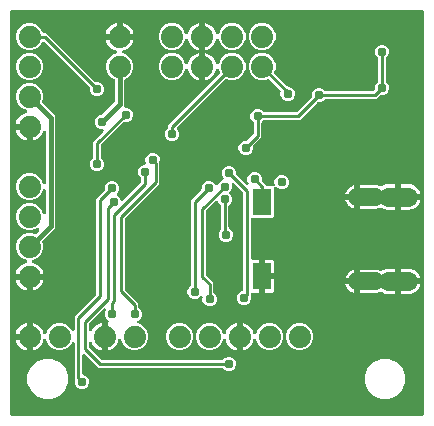
<source format=gbl>
G04 EAGLE Gerber RS-274X export*
G75*
%MOMM*%
%FSLAX34Y34*%
%LPD*%
%INBottom Copper*%
%IPPOS*%
%AMOC8*
5,1,8,0,0,1.08239X$1,22.5*%
G01*
%ADD10C,1.650000*%
%ADD11C,1.500000*%
%ADD12C,1.879600*%
%ADD13R,1.600000X2.300000*%
%ADD14C,0.787400*%
%ADD15C,0.254000*%
%ADD16C,0.406400*%

G36*
X351654Y2810D02*
X351654Y2810D01*
X351773Y2817D01*
X351811Y2830D01*
X351852Y2835D01*
X351962Y2878D01*
X352075Y2915D01*
X352110Y2937D01*
X352147Y2952D01*
X352243Y3021D01*
X352344Y3085D01*
X352372Y3115D01*
X352405Y3138D01*
X352481Y3230D01*
X352562Y3317D01*
X352582Y3352D01*
X352607Y3383D01*
X352658Y3491D01*
X352716Y3595D01*
X352726Y3635D01*
X352743Y3671D01*
X352765Y3788D01*
X352795Y3903D01*
X352799Y3963D01*
X352803Y3983D01*
X352801Y4004D01*
X352805Y4064D01*
X352805Y345186D01*
X352790Y345304D01*
X352783Y345423D01*
X352770Y345461D01*
X352765Y345502D01*
X352722Y345612D01*
X352685Y345725D01*
X352663Y345760D01*
X352648Y345797D01*
X352579Y345893D01*
X352515Y345994D01*
X352485Y346022D01*
X352462Y346055D01*
X352370Y346131D01*
X352283Y346212D01*
X352248Y346232D01*
X352217Y346257D01*
X352109Y346308D01*
X352005Y346366D01*
X351965Y346376D01*
X351929Y346393D01*
X351812Y346415D01*
X351697Y346445D01*
X351637Y346449D01*
X351617Y346453D01*
X351596Y346451D01*
X351536Y346455D01*
X4064Y346455D01*
X3946Y346440D01*
X3827Y346433D01*
X3789Y346420D01*
X3748Y346415D01*
X3638Y346372D01*
X3525Y346335D01*
X3490Y346313D01*
X3453Y346298D01*
X3357Y346229D01*
X3256Y346165D01*
X3228Y346135D01*
X3195Y346112D01*
X3119Y346020D01*
X3038Y345933D01*
X3018Y345898D01*
X2993Y345867D01*
X2942Y345759D01*
X2884Y345655D01*
X2874Y345615D01*
X2857Y345579D01*
X2835Y345462D01*
X2805Y345347D01*
X2801Y345287D01*
X2797Y345267D01*
X2799Y345246D01*
X2795Y345186D01*
X2795Y4064D01*
X2810Y3946D01*
X2817Y3827D01*
X2830Y3789D01*
X2835Y3748D01*
X2878Y3638D01*
X2915Y3525D01*
X2937Y3490D01*
X2952Y3453D01*
X3021Y3357D01*
X3085Y3256D01*
X3115Y3228D01*
X3138Y3195D01*
X3230Y3119D01*
X3317Y3038D01*
X3352Y3018D01*
X3383Y2993D01*
X3491Y2942D01*
X3595Y2884D01*
X3635Y2874D01*
X3671Y2857D01*
X3788Y2835D01*
X3903Y2805D01*
X3963Y2801D01*
X3983Y2797D01*
X4004Y2799D01*
X4064Y2795D01*
X351536Y2795D01*
X351654Y2810D01*
G37*
%LPC*%
G36*
X62313Y25780D02*
X62313Y25780D01*
X60118Y26689D01*
X58439Y28368D01*
X57530Y30563D01*
X57530Y32523D01*
X57518Y32621D01*
X57515Y32720D01*
X57498Y32779D01*
X57490Y32839D01*
X57454Y32931D01*
X57426Y33026D01*
X57396Y33078D01*
X57373Y33134D01*
X57315Y33214D01*
X57265Y33300D01*
X57199Y33375D01*
X57187Y33392D01*
X57177Y33400D01*
X57159Y33421D01*
X57149Y33430D01*
X57149Y64258D01*
X57141Y64327D01*
X57142Y64397D01*
X57121Y64484D01*
X57109Y64573D01*
X57084Y64638D01*
X57067Y64706D01*
X57025Y64786D01*
X56992Y64869D01*
X56951Y64926D01*
X56919Y64987D01*
X56858Y65054D01*
X56806Y65126D01*
X56752Y65171D01*
X56705Y65223D01*
X56630Y65272D01*
X56561Y65329D01*
X56497Y65359D01*
X56439Y65397D01*
X56354Y65427D01*
X56273Y65465D01*
X56204Y65478D01*
X56138Y65501D01*
X56049Y65508D01*
X55961Y65525D01*
X55891Y65520D01*
X55821Y65526D01*
X55733Y65510D01*
X55643Y65505D01*
X55577Y65483D01*
X55508Y65471D01*
X55426Y65434D01*
X55341Y65407D01*
X55282Y65370D01*
X55218Y65341D01*
X55148Y65285D01*
X55072Y65237D01*
X55024Y65186D01*
X54970Y65142D01*
X54915Y65070D01*
X54854Y65005D01*
X54820Y64944D01*
X54778Y64888D01*
X54707Y64744D01*
X54140Y63375D01*
X50925Y60159D01*
X46724Y58419D01*
X42176Y58419D01*
X37975Y60159D01*
X34759Y63375D01*
X33120Y67334D01*
X33056Y67446D01*
X32997Y67561D01*
X32977Y67584D01*
X32962Y67610D01*
X32872Y67703D01*
X32787Y67800D01*
X32762Y67817D01*
X32741Y67838D01*
X32630Y67906D01*
X32524Y67979D01*
X32495Y67989D01*
X32470Y68005D01*
X32346Y68043D01*
X32225Y68086D01*
X32195Y68089D01*
X32166Y68098D01*
X32037Y68104D01*
X31908Y68117D01*
X31878Y68112D01*
X31848Y68113D01*
X31722Y68087D01*
X31594Y68067D01*
X31566Y68055D01*
X31537Y68049D01*
X31420Y67992D01*
X31302Y67941D01*
X31278Y67923D01*
X31251Y67909D01*
X31153Y67825D01*
X31050Y67746D01*
X31032Y67723D01*
X31009Y67703D01*
X30935Y67597D01*
X30855Y67495D01*
X30843Y67468D01*
X30826Y67443D01*
X30780Y67322D01*
X30729Y67203D01*
X30719Y67162D01*
X30713Y67146D01*
X30711Y67124D01*
X30696Y67059D01*
X30114Y65267D01*
X29261Y63593D01*
X28156Y62072D01*
X26828Y60744D01*
X25307Y59639D01*
X23633Y58786D01*
X21846Y58205D01*
X21589Y58165D01*
X21589Y68580D01*
X21574Y68698D01*
X21567Y68817D01*
X21554Y68855D01*
X21549Y68895D01*
X21506Y69006D01*
X21469Y69119D01*
X21447Y69153D01*
X21432Y69191D01*
X21362Y69287D01*
X21299Y69388D01*
X21269Y69416D01*
X21245Y69448D01*
X21154Y69524D01*
X21067Y69606D01*
X21032Y69625D01*
X21001Y69651D01*
X20893Y69702D01*
X20789Y69759D01*
X20749Y69770D01*
X20713Y69787D01*
X20596Y69809D01*
X20481Y69839D01*
X20420Y69843D01*
X20400Y69847D01*
X20380Y69845D01*
X20320Y69849D01*
X19049Y69849D01*
X19049Y69851D01*
X20320Y69851D01*
X20438Y69866D01*
X20557Y69873D01*
X20595Y69886D01*
X20635Y69891D01*
X20746Y69935D01*
X20859Y69971D01*
X20894Y69993D01*
X20931Y70008D01*
X21027Y70078D01*
X21128Y70141D01*
X21156Y70171D01*
X21189Y70195D01*
X21264Y70286D01*
X21346Y70373D01*
X21366Y70408D01*
X21391Y70440D01*
X21442Y70547D01*
X21500Y70652D01*
X21510Y70691D01*
X21527Y70727D01*
X21549Y70844D01*
X21579Y70959D01*
X21583Y71020D01*
X21587Y71040D01*
X21585Y71060D01*
X21589Y71120D01*
X21589Y81535D01*
X21846Y81495D01*
X23633Y80914D01*
X25307Y80061D01*
X26828Y78956D01*
X28156Y77628D01*
X29261Y76107D01*
X30114Y74433D01*
X30704Y72616D01*
X30729Y72530D01*
X30760Y72404D01*
X30774Y72377D01*
X30782Y72348D01*
X30848Y72237D01*
X30908Y72123D01*
X30929Y72100D01*
X30944Y72074D01*
X31035Y71983D01*
X31122Y71887D01*
X31147Y71871D01*
X31169Y71850D01*
X31280Y71784D01*
X31388Y71713D01*
X31417Y71703D01*
X31442Y71687D01*
X31566Y71651D01*
X31689Y71609D01*
X31719Y71607D01*
X31748Y71599D01*
X31877Y71594D01*
X32006Y71584D01*
X32036Y71589D01*
X32066Y71588D01*
X32192Y71616D01*
X32319Y71639D01*
X32347Y71651D01*
X32376Y71657D01*
X32491Y71716D01*
X32609Y71769D01*
X32633Y71788D01*
X32660Y71802D01*
X32756Y71887D01*
X32858Y71968D01*
X32876Y71992D01*
X32898Y72012D01*
X32971Y72118D01*
X33049Y72222D01*
X33068Y72260D01*
X33077Y72274D01*
X33085Y72295D01*
X33120Y72366D01*
X34759Y76325D01*
X37975Y79541D01*
X42176Y81281D01*
X46724Y81281D01*
X50925Y79541D01*
X54140Y76325D01*
X54707Y74956D01*
X54742Y74896D01*
X54768Y74831D01*
X54820Y74758D01*
X54865Y74680D01*
X54913Y74630D01*
X54954Y74574D01*
X55024Y74516D01*
X55086Y74452D01*
X55146Y74415D01*
X55199Y74371D01*
X55281Y74332D01*
X55357Y74285D01*
X55424Y74265D01*
X55487Y74235D01*
X55575Y74218D01*
X55661Y74192D01*
X55731Y74188D01*
X55800Y74175D01*
X55889Y74181D01*
X55979Y74177D01*
X56047Y74191D01*
X56117Y74195D01*
X56202Y74223D01*
X56290Y74241D01*
X56353Y74272D01*
X56419Y74293D01*
X56495Y74341D01*
X56576Y74381D01*
X56629Y74426D01*
X56688Y74463D01*
X56750Y74529D01*
X56818Y74587D01*
X56858Y74644D01*
X56906Y74695D01*
X56949Y74774D01*
X57001Y74847D01*
X57026Y74912D01*
X57060Y74973D01*
X57082Y75060D01*
X57114Y75144D01*
X57122Y75214D01*
X57139Y75281D01*
X57149Y75442D01*
X57149Y87220D01*
X75066Y105136D01*
X75126Y105215D01*
X75194Y105287D01*
X75223Y105340D01*
X75260Y105388D01*
X75300Y105479D01*
X75348Y105565D01*
X75363Y105624D01*
X75387Y105679D01*
X75402Y105777D01*
X75427Y105873D01*
X75433Y105973D01*
X75437Y105994D01*
X75435Y106006D01*
X75437Y106034D01*
X75437Y186788D01*
X82559Y193909D01*
X82619Y193988D01*
X82687Y194060D01*
X82716Y194113D01*
X82753Y194161D01*
X82793Y194252D01*
X82841Y194338D01*
X82856Y194397D01*
X82880Y194452D01*
X82895Y194550D01*
X82920Y194646D01*
X82926Y194746D01*
X82930Y194767D01*
X82928Y194779D01*
X82930Y194807D01*
X82930Y196767D01*
X83839Y198962D01*
X85518Y200641D01*
X87713Y201550D01*
X90087Y201550D01*
X92282Y200641D01*
X93961Y198962D01*
X94870Y196767D01*
X94870Y194393D01*
X93961Y192198D01*
X93072Y191309D01*
X93041Y191270D01*
X93004Y191236D01*
X92944Y191145D01*
X92877Y191058D01*
X92857Y191012D01*
X92830Y190971D01*
X92794Y190867D01*
X92750Y190766D01*
X92743Y190717D01*
X92726Y190670D01*
X92718Y190561D01*
X92701Y190452D01*
X92705Y190402D01*
X92701Y190353D01*
X92720Y190245D01*
X92730Y190135D01*
X92747Y190089D01*
X92756Y190040D01*
X92801Y189940D01*
X92838Y189836D01*
X92866Y189795D01*
X92886Y189750D01*
X92955Y189664D01*
X93017Y189573D01*
X93054Y189540D01*
X93085Y189501D01*
X93173Y189435D01*
X93255Y189363D01*
X93299Y189340D01*
X93339Y189310D01*
X93484Y189239D01*
X93552Y189211D01*
X95231Y187532D01*
X95992Y185695D01*
X96016Y185651D01*
X96033Y185605D01*
X96095Y185514D01*
X96149Y185418D01*
X96184Y185383D01*
X96212Y185341D01*
X96294Y185269D01*
X96371Y185190D01*
X96413Y185164D01*
X96450Y185131D01*
X96548Y185081D01*
X96642Y185024D01*
X96689Y185009D01*
X96733Y184986D01*
X96841Y184962D01*
X96946Y184930D01*
X96995Y184928D01*
X97044Y184917D01*
X97154Y184920D01*
X97263Y184915D01*
X97312Y184925D01*
X97362Y184926D01*
X97467Y184957D01*
X97575Y184979D01*
X97620Y185001D01*
X97667Y185015D01*
X97762Y185071D01*
X97861Y185119D01*
X97898Y185151D01*
X97941Y185176D01*
X98062Y185283D01*
X113166Y200386D01*
X113226Y200465D01*
X113294Y200537D01*
X113323Y200590D01*
X113360Y200638D01*
X113400Y200729D01*
X113448Y200815D01*
X113463Y200874D01*
X113487Y200929D01*
X113502Y201027D01*
X113527Y201123D01*
X113533Y201223D01*
X113537Y201244D01*
X113535Y201256D01*
X113537Y201284D01*
X113537Y203885D01*
X113525Y203983D01*
X113522Y204082D01*
X113505Y204140D01*
X113497Y204200D01*
X113461Y204292D01*
X113433Y204387D01*
X113403Y204439D01*
X113380Y204496D01*
X113322Y204576D01*
X113272Y204661D01*
X113206Y204737D01*
X113194Y204753D01*
X113184Y204761D01*
X113166Y204782D01*
X111779Y206168D01*
X110870Y208363D01*
X110870Y210737D01*
X111779Y212932D01*
X113458Y214611D01*
X115653Y215520D01*
X116565Y215520D01*
X116614Y215526D01*
X116663Y215524D01*
X116771Y215546D01*
X116880Y215560D01*
X116926Y215578D01*
X116975Y215588D01*
X117074Y215636D01*
X117176Y215677D01*
X117216Y215706D01*
X117261Y215728D01*
X117344Y215799D01*
X117433Y215863D01*
X117465Y215902D01*
X117503Y215934D01*
X117566Y216024D01*
X117636Y216108D01*
X117657Y216153D01*
X117686Y216194D01*
X117725Y216297D01*
X117771Y216396D01*
X117781Y216445D01*
X117798Y216491D01*
X117811Y216601D01*
X117831Y216708D01*
X117828Y216758D01*
X117834Y216807D01*
X117818Y216916D01*
X117811Y217026D01*
X117796Y217073D01*
X117789Y217122D01*
X117737Y217275D01*
X117220Y218523D01*
X117220Y220897D01*
X118129Y223092D01*
X119808Y224771D01*
X122003Y225680D01*
X124377Y225680D01*
X126572Y224771D01*
X128251Y223092D01*
X129160Y220897D01*
X129160Y218523D01*
X129129Y218449D01*
X129127Y218440D01*
X129122Y218432D01*
X129085Y218287D01*
X129045Y218142D01*
X129045Y218133D01*
X129043Y218124D01*
X129033Y217963D01*
X129033Y199292D01*
X99940Y170200D01*
X99880Y170121D01*
X99812Y170049D01*
X99783Y169996D01*
X99746Y169948D01*
X99706Y169857D01*
X99658Y169771D01*
X99643Y169712D01*
X99619Y169657D01*
X99604Y169559D01*
X99579Y169463D01*
X99573Y169363D01*
X99569Y169342D01*
X99571Y169330D01*
X99569Y169302D01*
X99569Y110098D01*
X99581Y110000D01*
X99584Y109901D01*
X99601Y109842D01*
X99609Y109782D01*
X99645Y109690D01*
X99673Y109595D01*
X99703Y109543D01*
X99726Y109487D01*
X99784Y109407D01*
X99834Y109321D01*
X99900Y109246D01*
X99912Y109229D01*
X99922Y109221D01*
X99940Y109200D01*
X111253Y97888D01*
X111253Y94565D01*
X111265Y94467D01*
X111268Y94368D01*
X111285Y94310D01*
X111293Y94250D01*
X111329Y94158D01*
X111357Y94063D01*
X111387Y94011D01*
X111410Y93954D01*
X111468Y93874D01*
X111518Y93789D01*
X111584Y93713D01*
X111596Y93697D01*
X111606Y93689D01*
X111624Y93668D01*
X113011Y92282D01*
X113920Y90087D01*
X113920Y87713D01*
X113011Y85518D01*
X111332Y83839D01*
X110520Y83503D01*
X110400Y83434D01*
X110277Y83369D01*
X110262Y83356D01*
X110244Y83346D01*
X110144Y83249D01*
X110041Y83155D01*
X110030Y83138D01*
X110016Y83124D01*
X109943Y83006D01*
X109867Y82890D01*
X109860Y82870D01*
X109849Y82853D01*
X109809Y82720D01*
X109763Y82589D01*
X109762Y82569D01*
X109756Y82549D01*
X109749Y82410D01*
X109738Y82272D01*
X109742Y82252D01*
X109741Y82232D01*
X109769Y82095D01*
X109793Y81958D01*
X109801Y81940D01*
X109805Y81920D01*
X109866Y81795D01*
X109923Y81668D01*
X109936Y81653D01*
X109945Y81634D01*
X110035Y81528D01*
X110122Y81420D01*
X110138Y81408D01*
X110151Y81392D01*
X110265Y81312D01*
X110376Y81229D01*
X110401Y81216D01*
X110411Y81209D01*
X110430Y81202D01*
X110520Y81158D01*
X114425Y79541D01*
X117641Y76325D01*
X119381Y72124D01*
X119381Y67576D01*
X117641Y63375D01*
X114425Y60159D01*
X110224Y58419D01*
X105676Y58419D01*
X101475Y60159D01*
X98259Y63375D01*
X96620Y67334D01*
X96556Y67446D01*
X96497Y67561D01*
X96477Y67584D01*
X96462Y67610D01*
X96372Y67703D01*
X96287Y67800D01*
X96262Y67817D01*
X96241Y67838D01*
X96131Y67906D01*
X96024Y67979D01*
X95996Y67989D01*
X95970Y68005D01*
X95846Y68043D01*
X95725Y68086D01*
X95695Y68089D01*
X95666Y68098D01*
X95537Y68104D01*
X95408Y68117D01*
X95378Y68112D01*
X95348Y68113D01*
X95222Y68087D01*
X95094Y68067D01*
X95066Y68055D01*
X95037Y68049D01*
X94921Y67992D01*
X94802Y67941D01*
X94778Y67923D01*
X94751Y67909D01*
X94653Y67825D01*
X94551Y67746D01*
X94532Y67723D01*
X94509Y67703D01*
X94435Y67597D01*
X94355Y67495D01*
X94343Y67468D01*
X94326Y67443D01*
X94280Y67322D01*
X94229Y67203D01*
X94219Y67161D01*
X94213Y67146D01*
X94211Y67124D01*
X94196Y67059D01*
X93614Y65267D01*
X92761Y63593D01*
X91656Y62072D01*
X90328Y60744D01*
X88807Y59639D01*
X87133Y58786D01*
X85346Y58205D01*
X85089Y58165D01*
X85089Y68580D01*
X85074Y68698D01*
X85067Y68817D01*
X85054Y68855D01*
X85049Y68895D01*
X85006Y69006D01*
X84969Y69119D01*
X84947Y69153D01*
X84932Y69191D01*
X84862Y69287D01*
X84799Y69388D01*
X84769Y69416D01*
X84745Y69448D01*
X84654Y69524D01*
X84567Y69606D01*
X84532Y69625D01*
X84501Y69651D01*
X84393Y69702D01*
X84289Y69759D01*
X84249Y69770D01*
X84213Y69787D01*
X84096Y69809D01*
X83981Y69839D01*
X83920Y69843D01*
X83900Y69847D01*
X83880Y69845D01*
X83820Y69849D01*
X81280Y69849D01*
X81162Y69834D01*
X81043Y69827D01*
X81005Y69814D01*
X80964Y69809D01*
X80854Y69765D01*
X80741Y69729D01*
X80706Y69707D01*
X80669Y69692D01*
X80573Y69622D01*
X80472Y69559D01*
X80444Y69529D01*
X80411Y69505D01*
X80336Y69414D01*
X80254Y69327D01*
X80234Y69292D01*
X80209Y69260D01*
X80158Y69153D01*
X80100Y69048D01*
X80090Y69009D01*
X80073Y68973D01*
X80051Y68856D01*
X80021Y68741D01*
X80017Y68680D01*
X80013Y68660D01*
X80015Y68640D01*
X80011Y68580D01*
X80011Y58165D01*
X79754Y58205D01*
X77967Y58786D01*
X76293Y59639D01*
X74772Y60744D01*
X73444Y62072D01*
X72339Y63593D01*
X71743Y64763D01*
X71732Y64779D01*
X71724Y64798D01*
X71643Y64911D01*
X71564Y65026D01*
X71549Y65039D01*
X71538Y65055D01*
X71430Y65144D01*
X71326Y65236D01*
X71308Y65245D01*
X71293Y65258D01*
X71167Y65317D01*
X71042Y65381D01*
X71023Y65385D01*
X71005Y65394D01*
X70868Y65420D01*
X70732Y65450D01*
X70712Y65450D01*
X70692Y65453D01*
X70553Y65445D01*
X70414Y65440D01*
X70395Y65435D01*
X70375Y65434D01*
X70243Y65391D01*
X70109Y65352D01*
X70091Y65342D01*
X70073Y65336D01*
X69955Y65261D01*
X69835Y65190D01*
X69821Y65176D01*
X69804Y65165D01*
X69708Y65064D01*
X69610Y64965D01*
X69600Y64948D01*
X69586Y64934D01*
X69519Y64812D01*
X69448Y64692D01*
X69442Y64673D01*
X69432Y64655D01*
X69398Y64521D01*
X69359Y64387D01*
X69358Y64367D01*
X69353Y64347D01*
X69343Y64187D01*
X69343Y61584D01*
X69355Y61486D01*
X69358Y61387D01*
X69375Y61328D01*
X69383Y61268D01*
X69419Y61176D01*
X69447Y61081D01*
X69477Y61029D01*
X69500Y60973D01*
X69558Y60893D01*
X69608Y60807D01*
X69674Y60732D01*
X69686Y60715D01*
X69696Y60707D01*
X69714Y60686D01*
X79736Y50664D01*
X79815Y50604D01*
X79887Y50536D01*
X79940Y50507D01*
X79988Y50470D01*
X80079Y50430D01*
X80165Y50382D01*
X80224Y50367D01*
X80279Y50343D01*
X80377Y50328D01*
X80473Y50303D01*
X80573Y50297D01*
X80594Y50293D01*
X80606Y50295D01*
X80634Y50293D01*
X182295Y50293D01*
X182393Y50305D01*
X182492Y50308D01*
X182550Y50325D01*
X182610Y50333D01*
X182702Y50369D01*
X182797Y50397D01*
X182849Y50427D01*
X182906Y50450D01*
X182986Y50508D01*
X183071Y50558D01*
X183147Y50624D01*
X183163Y50636D01*
X183171Y50646D01*
X183192Y50664D01*
X184578Y52051D01*
X186773Y52960D01*
X189147Y52960D01*
X191342Y52051D01*
X193021Y50372D01*
X193930Y48177D01*
X193930Y45803D01*
X193021Y43608D01*
X191342Y41929D01*
X189147Y41020D01*
X186773Y41020D01*
X184578Y41929D01*
X183192Y43316D01*
X183114Y43376D01*
X183042Y43444D01*
X182989Y43473D01*
X182941Y43510D01*
X182850Y43550D01*
X182763Y43598D01*
X182705Y43613D01*
X182649Y43637D01*
X182551Y43652D01*
X182455Y43677D01*
X182355Y43683D01*
X182335Y43687D01*
X182323Y43685D01*
X182295Y43687D01*
X77372Y43687D01*
X75066Y45994D01*
X65921Y55138D01*
X65812Y55223D01*
X65705Y55312D01*
X65686Y55320D01*
X65670Y55333D01*
X65542Y55388D01*
X65417Y55447D01*
X65397Y55451D01*
X65378Y55459D01*
X65240Y55481D01*
X65104Y55507D01*
X65084Y55506D01*
X65064Y55509D01*
X64925Y55496D01*
X64787Y55487D01*
X64768Y55481D01*
X64748Y55479D01*
X64616Y55432D01*
X64485Y55389D01*
X64467Y55378D01*
X64448Y55371D01*
X64333Y55293D01*
X64216Y55219D01*
X64202Y55204D01*
X64185Y55193D01*
X64093Y55089D01*
X63998Y54987D01*
X63988Y54970D01*
X63975Y54954D01*
X63911Y54830D01*
X63844Y54709D01*
X63839Y54689D01*
X63830Y54671D01*
X63800Y54535D01*
X63765Y54401D01*
X63763Y54373D01*
X63760Y54361D01*
X63761Y54340D01*
X63755Y54240D01*
X63755Y38954D01*
X63758Y38925D01*
X63756Y38895D01*
X63778Y38768D01*
X63795Y38639D01*
X63805Y38611D01*
X63810Y38582D01*
X63864Y38464D01*
X63912Y38343D01*
X63929Y38319D01*
X63941Y38292D01*
X64022Y38191D01*
X64098Y38086D01*
X64121Y38067D01*
X64140Y38044D01*
X64243Y37966D01*
X64343Y37883D01*
X64370Y37870D01*
X64394Y37852D01*
X64538Y37782D01*
X66882Y36811D01*
X68561Y35132D01*
X69470Y32937D01*
X69470Y30563D01*
X68561Y28368D01*
X66882Y26689D01*
X64687Y25780D01*
X62313Y25780D01*
G37*
%LPD*%
%LPC*%
G36*
X170263Y95630D02*
X170263Y95630D01*
X168068Y96539D01*
X166389Y98218D01*
X165480Y100413D01*
X165480Y102790D01*
X165497Y102850D01*
X165524Y102914D01*
X165538Y103003D01*
X165562Y103089D01*
X165563Y103159D01*
X165574Y103228D01*
X165566Y103317D01*
X165567Y103407D01*
X165551Y103475D01*
X165544Y103544D01*
X165514Y103629D01*
X165493Y103716D01*
X165460Y103778D01*
X165437Y103844D01*
X165386Y103918D01*
X165344Y103997D01*
X165297Y104049D01*
X165258Y104107D01*
X165191Y104166D01*
X165130Y104233D01*
X165072Y104271D01*
X165020Y104317D01*
X164940Y104358D01*
X164865Y104408D01*
X164799Y104430D01*
X164736Y104462D01*
X164649Y104482D01*
X164564Y104511D01*
X164494Y104516D01*
X164426Y104532D01*
X164336Y104529D01*
X164247Y104536D01*
X164178Y104524D01*
X164108Y104522D01*
X164022Y104497D01*
X163933Y104482D01*
X163870Y104453D01*
X163803Y104434D01*
X163725Y104388D01*
X163643Y104351D01*
X163589Y104307D01*
X163529Y104272D01*
X163408Y104166D01*
X162132Y102889D01*
X159937Y101980D01*
X157563Y101980D01*
X155368Y102889D01*
X153689Y104568D01*
X152780Y106763D01*
X152780Y109137D01*
X153689Y111332D01*
X155076Y112718D01*
X155136Y112796D01*
X155204Y112868D01*
X155233Y112921D01*
X155270Y112969D01*
X155310Y113060D01*
X155358Y113147D01*
X155373Y113205D01*
X155397Y113261D01*
X155412Y113359D01*
X155437Y113455D01*
X155443Y113555D01*
X155447Y113575D01*
X155445Y113587D01*
X155447Y113615D01*
X155447Y185209D01*
X164432Y194194D01*
X164493Y194272D01*
X164561Y194344D01*
X164590Y194397D01*
X164627Y194445D01*
X164666Y194536D01*
X164714Y194622D01*
X164729Y194681D01*
X164753Y194737D01*
X164769Y194835D01*
X164794Y194930D01*
X164800Y195030D01*
X164803Y195051D01*
X164802Y195063D01*
X164804Y195091D01*
X164804Y197052D01*
X165713Y199246D01*
X167392Y200925D01*
X169586Y201834D01*
X171961Y201834D01*
X174155Y200925D01*
X175835Y199246D01*
X176085Y198641D01*
X176154Y198520D01*
X176219Y198397D01*
X176233Y198382D01*
X176243Y198365D01*
X176339Y198265D01*
X176433Y198162D01*
X176450Y198151D01*
X176464Y198136D01*
X176583Y198063D01*
X176699Y197987D01*
X176718Y197981D01*
X176735Y197970D01*
X176868Y197929D01*
X176999Y197884D01*
X177020Y197882D01*
X177039Y197877D01*
X177178Y197870D01*
X177316Y197859D01*
X177336Y197862D01*
X177357Y197861D01*
X177493Y197889D01*
X177630Y197913D01*
X177648Y197922D01*
X177668Y197926D01*
X177793Y197987D01*
X177920Y198044D01*
X177936Y198056D01*
X177954Y198065D01*
X178059Y198155D01*
X178168Y198242D01*
X178180Y198259D01*
X178196Y198272D01*
X178276Y198385D01*
X178359Y198497D01*
X178372Y198522D01*
X178379Y198532D01*
X178386Y198551D01*
X178430Y198641D01*
X179089Y200232D01*
X180768Y201911D01*
X182633Y202683D01*
X182676Y202708D01*
X182722Y202724D01*
X182813Y202786D01*
X182909Y202841D01*
X182945Y202875D01*
X182986Y202903D01*
X183058Y202985D01*
X183137Y203062D01*
X183163Y203104D01*
X183196Y203141D01*
X183246Y203239D01*
X183303Y203333D01*
X183318Y203380D01*
X183341Y203425D01*
X183365Y203532D01*
X183397Y203637D01*
X183399Y203687D01*
X183410Y203735D01*
X183407Y203845D01*
X183412Y203955D01*
X183402Y204003D01*
X183401Y204053D01*
X183370Y204158D01*
X183348Y204266D01*
X183326Y204311D01*
X183312Y204358D01*
X183257Y204453D01*
X183208Y204552D01*
X183176Y204590D01*
X183151Y204632D01*
X183044Y204753D01*
X182899Y204898D01*
X181990Y207093D01*
X181990Y209467D01*
X182899Y211662D01*
X184578Y213341D01*
X186773Y214250D01*
X189147Y214250D01*
X191342Y213341D01*
X193021Y211662D01*
X193930Y209467D01*
X193930Y207507D01*
X193942Y207409D01*
X193945Y207310D01*
X193962Y207251D01*
X193970Y207191D01*
X194006Y207099D01*
X194034Y207004D01*
X194064Y206952D01*
X194087Y206896D01*
X194145Y206816D01*
X194195Y206730D01*
X194261Y206655D01*
X194273Y206638D01*
X194283Y206630D01*
X194301Y206609D01*
X202379Y198532D01*
X202434Y198489D01*
X202483Y198439D01*
X202559Y198392D01*
X202630Y198337D01*
X202694Y198309D01*
X202754Y198273D01*
X202839Y198246D01*
X202922Y198211D01*
X202991Y198200D01*
X203058Y198179D01*
X203147Y198175D01*
X203236Y198161D01*
X203306Y198167D01*
X203375Y198164D01*
X203463Y198182D01*
X203553Y198190D01*
X203619Y198214D01*
X203687Y198228D01*
X203767Y198268D01*
X203852Y198298D01*
X203910Y198337D01*
X203973Y198368D01*
X204041Y198426D01*
X204115Y198477D01*
X204161Y198529D01*
X204215Y198574D01*
X204266Y198648D01*
X204326Y198715D01*
X204357Y198777D01*
X204398Y198834D01*
X204429Y198918D01*
X204470Y198998D01*
X204486Y199066D01*
X204510Y199132D01*
X204520Y199221D01*
X204540Y199309D01*
X204538Y199378D01*
X204546Y199448D01*
X204533Y199537D01*
X204530Y199627D01*
X204511Y199694D01*
X204501Y199763D01*
X204449Y199915D01*
X203580Y202013D01*
X203580Y204387D01*
X204489Y206582D01*
X206168Y208261D01*
X208363Y209170D01*
X210737Y209170D01*
X212932Y208261D01*
X214611Y206582D01*
X215520Y204387D01*
X215520Y202427D01*
X215532Y202329D01*
X215535Y202230D01*
X215552Y202171D01*
X215560Y202111D01*
X215596Y202019D01*
X215624Y201924D01*
X215654Y201872D01*
X215677Y201816D01*
X215735Y201736D01*
X215785Y201650D01*
X215851Y201575D01*
X215863Y201558D01*
X215873Y201550D01*
X215891Y201529D01*
X219435Y197986D01*
X219493Y197894D01*
X219523Y197866D01*
X219546Y197833D01*
X219638Y197757D01*
X219725Y197676D01*
X219760Y197656D01*
X219791Y197631D01*
X219899Y197580D01*
X220003Y197522D01*
X220043Y197512D01*
X220079Y197495D01*
X220196Y197473D01*
X220311Y197443D01*
X220371Y197439D01*
X220391Y197435D01*
X220412Y197437D01*
X220472Y197433D01*
X224791Y197433D01*
X224823Y197408D01*
X224887Y197380D01*
X224946Y197344D01*
X225032Y197318D01*
X225115Y197282D01*
X225184Y197271D01*
X225250Y197250D01*
X225340Y197246D01*
X225429Y197232D01*
X225498Y197239D01*
X225568Y197235D01*
X225656Y197253D01*
X225745Y197262D01*
X225811Y197285D01*
X225879Y197300D01*
X225960Y197339D01*
X226045Y197369D01*
X226102Y197409D01*
X226165Y197439D01*
X226233Y197498D01*
X226308Y197548D01*
X226354Y197600D01*
X226407Y197646D01*
X226459Y197719D01*
X226518Y197786D01*
X226550Y197849D01*
X226590Y197906D01*
X226622Y197990D01*
X226663Y198070D01*
X226678Y198138D01*
X226703Y198203D01*
X226713Y198292D01*
X226733Y198380D01*
X226730Y198450D01*
X226738Y198519D01*
X226726Y198608D01*
X226723Y198698D01*
X226703Y198765D01*
X226694Y198834D01*
X226642Y198986D01*
X226440Y199473D01*
X226440Y201847D01*
X227349Y204042D01*
X229028Y205721D01*
X231223Y206630D01*
X233597Y206630D01*
X235792Y205721D01*
X237471Y204042D01*
X238380Y201847D01*
X238380Y199473D01*
X237471Y197278D01*
X235792Y195599D01*
X233597Y194690D01*
X231223Y194690D01*
X229028Y195599D01*
X228099Y196528D01*
X227990Y196613D01*
X227883Y196702D01*
X227864Y196711D01*
X227848Y196723D01*
X227721Y196778D01*
X227595Y196837D01*
X227575Y196841D01*
X227556Y196849D01*
X227418Y196871D01*
X227282Y196897D01*
X227262Y196896D01*
X227242Y196899D01*
X227103Y196886D01*
X226965Y196878D01*
X226946Y196871D01*
X226926Y196869D01*
X226794Y196822D01*
X226663Y196779D01*
X226645Y196769D01*
X226626Y196762D01*
X226511Y196684D01*
X226394Y196609D01*
X226380Y196595D01*
X226363Y196583D01*
X226271Y196479D01*
X226176Y196378D01*
X226166Y196360D01*
X226153Y196345D01*
X226090Y196221D01*
X226022Y196099D01*
X226017Y196080D01*
X226008Y196062D01*
X225978Y195926D01*
X225943Y195791D01*
X225941Y195763D01*
X225938Y195751D01*
X225939Y195731D01*
X225933Y195631D01*
X225933Y171558D01*
X224742Y170367D01*
X207772Y170367D01*
X207654Y170352D01*
X207535Y170345D01*
X207497Y170332D01*
X207456Y170327D01*
X207346Y170284D01*
X207233Y170247D01*
X207198Y170225D01*
X207161Y170210D01*
X207065Y170141D01*
X206964Y170077D01*
X206936Y170047D01*
X206903Y170024D01*
X206827Y169932D01*
X206746Y169845D01*
X206726Y169810D01*
X206701Y169779D01*
X206650Y169671D01*
X206592Y169567D01*
X206582Y169527D01*
X206565Y169491D01*
X206543Y169374D01*
X206513Y169259D01*
X206509Y169199D01*
X206505Y169179D01*
X206507Y169158D01*
X206506Y169151D01*
X206505Y169147D01*
X206506Y169143D01*
X206503Y169098D01*
X206503Y136210D01*
X206518Y136092D01*
X206525Y135973D01*
X206538Y135935D01*
X206543Y135894D01*
X206586Y135784D01*
X206623Y135671D01*
X206645Y135636D01*
X206660Y135599D01*
X206729Y135503D01*
X206793Y135402D01*
X206823Y135374D01*
X206846Y135341D01*
X206938Y135265D01*
X207025Y135184D01*
X207060Y135164D01*
X207091Y135139D01*
X207199Y135088D01*
X207303Y135030D01*
X207343Y135020D01*
X207379Y135003D01*
X207496Y134981D01*
X207611Y134951D01*
X207671Y134947D01*
X207691Y134943D01*
X207712Y134945D01*
X207772Y134941D01*
X213361Y134941D01*
X213361Y122170D01*
X213376Y122052D01*
X213383Y121933D01*
X213396Y121895D01*
X213401Y121855D01*
X213444Y121744D01*
X213481Y121631D01*
X213503Y121596D01*
X213518Y121559D01*
X213588Y121463D01*
X213651Y121362D01*
X213681Y121334D01*
X213705Y121302D01*
X213796Y121226D01*
X213883Y121144D01*
X213918Y121125D01*
X213949Y121099D01*
X214057Y121048D01*
X214161Y120991D01*
X214201Y120980D01*
X214237Y120963D01*
X214354Y120941D01*
X214469Y120911D01*
X214530Y120907D01*
X214550Y120903D01*
X214570Y120905D01*
X214630Y120901D01*
X215901Y120901D01*
X215901Y120899D01*
X214630Y120899D01*
X214512Y120884D01*
X214393Y120877D01*
X214355Y120864D01*
X214315Y120859D01*
X214204Y120815D01*
X214091Y120779D01*
X214056Y120757D01*
X214019Y120742D01*
X213923Y120672D01*
X213822Y120609D01*
X213794Y120579D01*
X213761Y120555D01*
X213686Y120464D01*
X213604Y120377D01*
X213584Y120342D01*
X213559Y120310D01*
X213508Y120203D01*
X213450Y120099D01*
X213440Y120059D01*
X213423Y120023D01*
X213401Y119906D01*
X213371Y119791D01*
X213367Y119730D01*
X213363Y119710D01*
X213365Y119690D01*
X213361Y119630D01*
X213361Y106859D01*
X207772Y106859D01*
X207654Y106844D01*
X207535Y106837D01*
X207497Y106824D01*
X207456Y106819D01*
X207346Y106776D01*
X207233Y106739D01*
X207198Y106717D01*
X207161Y106702D01*
X207065Y106633D01*
X206964Y106569D01*
X206936Y106539D01*
X206903Y106516D01*
X206827Y106424D01*
X206746Y106337D01*
X206726Y106302D01*
X206701Y106271D01*
X206650Y106163D01*
X206592Y106059D01*
X206582Y106019D01*
X206565Y105983D01*
X206543Y105866D01*
X206513Y105751D01*
X206509Y105691D01*
X206505Y105671D01*
X206507Y105650D01*
X206503Y105590D01*
X206503Y104617D01*
X206504Y104607D01*
X206503Y104598D01*
X206524Y104449D01*
X206543Y104301D01*
X206546Y104292D01*
X206547Y104283D01*
X206599Y104131D01*
X206630Y104057D01*
X206630Y101683D01*
X205721Y99488D01*
X204042Y97809D01*
X201847Y96900D01*
X199473Y96900D01*
X197278Y97809D01*
X195599Y99488D01*
X194690Y101683D01*
X194690Y104057D01*
X195599Y106252D01*
X197278Y107931D01*
X199114Y108691D01*
X199139Y108706D01*
X199167Y108715D01*
X199277Y108784D01*
X199390Y108849D01*
X199411Y108869D01*
X199436Y108885D01*
X199525Y108980D01*
X199618Y109070D01*
X199634Y109095D01*
X199654Y109117D01*
X199717Y109230D01*
X199785Y109341D01*
X199793Y109369D01*
X199808Y109395D01*
X199840Y109521D01*
X199878Y109645D01*
X199880Y109674D01*
X199887Y109703D01*
X199897Y109864D01*
X199897Y191146D01*
X199885Y191244D01*
X199882Y191343D01*
X199865Y191402D01*
X199857Y191462D01*
X199821Y191554D01*
X199793Y191649D01*
X199763Y191701D01*
X199740Y191757D01*
X199682Y191837D01*
X199632Y191923D01*
X199566Y191998D01*
X199554Y192015D01*
X199544Y192023D01*
X199526Y192044D01*
X192219Y199350D01*
X192164Y199393D01*
X192115Y199443D01*
X192039Y199490D01*
X191968Y199545D01*
X191904Y199573D01*
X191844Y199609D01*
X191758Y199636D01*
X191676Y199671D01*
X191607Y199682D01*
X191540Y199703D01*
X191451Y199707D01*
X191362Y199721D01*
X191292Y199715D01*
X191223Y199718D01*
X191135Y199700D01*
X191045Y199692D01*
X190979Y199668D01*
X190911Y199654D01*
X190830Y199614D01*
X190746Y199584D01*
X190688Y199545D01*
X190625Y199514D01*
X190557Y199456D01*
X190483Y199405D01*
X190437Y199353D01*
X190383Y199308D01*
X190332Y199234D01*
X190272Y199167D01*
X190240Y199105D01*
X190200Y199048D01*
X190169Y198964D01*
X190128Y198884D01*
X190112Y198815D01*
X190088Y198750D01*
X190078Y198661D01*
X190058Y198573D01*
X190060Y198504D01*
X190052Y198434D01*
X190065Y198345D01*
X190068Y198255D01*
X190087Y198188D01*
X190097Y198119D01*
X190120Y198052D01*
X190120Y195663D01*
X189211Y193468D01*
X188092Y192350D01*
X188019Y192256D01*
X187941Y192167D01*
X187922Y192131D01*
X187898Y192099D01*
X187850Y191990D01*
X187796Y191883D01*
X187787Y191844D01*
X187771Y191807D01*
X187752Y191689D01*
X187726Y191573D01*
X187728Y191533D01*
X187721Y191493D01*
X187732Y191374D01*
X187736Y191255D01*
X187747Y191216D01*
X187751Y191176D01*
X187791Y191064D01*
X187825Y190950D01*
X187845Y190915D01*
X187859Y190877D01*
X187926Y190778D01*
X187986Y190676D01*
X188026Y190631D01*
X188037Y190614D01*
X188053Y190600D01*
X188092Y190555D01*
X189211Y189437D01*
X190120Y187242D01*
X190120Y184868D01*
X189211Y182673D01*
X187824Y181287D01*
X187764Y181209D01*
X187696Y181137D01*
X187667Y181084D01*
X187630Y181036D01*
X187590Y180945D01*
X187542Y180858D01*
X187527Y180800D01*
X187503Y180744D01*
X187488Y180646D01*
X187463Y180550D01*
X187457Y180450D01*
X187453Y180430D01*
X187455Y180418D01*
X187453Y180390D01*
X187453Y162678D01*
X187456Y162648D01*
X187454Y162619D01*
X187474Y162507D01*
X187475Y162483D01*
X187479Y162472D01*
X187493Y162362D01*
X187503Y162335D01*
X187508Y162306D01*
X187562Y162187D01*
X187610Y162066D01*
X187627Y162043D01*
X187639Y162016D01*
X187720Y161914D01*
X187796Y161809D01*
X187819Y161790D01*
X187838Y161767D01*
X187941Y161689D01*
X188041Y161606D01*
X188068Y161594D01*
X188092Y161576D01*
X188236Y161505D01*
X188802Y161271D01*
X190481Y159592D01*
X191390Y157397D01*
X191390Y155023D01*
X190481Y152828D01*
X188802Y151149D01*
X186607Y150240D01*
X184233Y150240D01*
X182038Y151149D01*
X180359Y152828D01*
X179450Y155023D01*
X179450Y157397D01*
X180359Y159592D01*
X180476Y159708D01*
X180536Y159786D01*
X180604Y159858D01*
X180633Y159911D01*
X180670Y159959D01*
X180710Y160050D01*
X180758Y160137D01*
X180773Y160195D01*
X180797Y160251D01*
X180812Y160349D01*
X180837Y160445D01*
X180843Y160545D01*
X180847Y160565D01*
X180845Y160577D01*
X180847Y160605D01*
X180847Y180390D01*
X180835Y180488D01*
X180832Y180587D01*
X180815Y180645D01*
X180807Y180705D01*
X180771Y180797D01*
X180743Y180892D01*
X180713Y180944D01*
X180690Y181001D01*
X180632Y181081D01*
X180582Y181166D01*
X180516Y181242D01*
X180504Y181258D01*
X180494Y181266D01*
X180476Y181287D01*
X179089Y182673D01*
X178522Y184042D01*
X178498Y184085D01*
X178481Y184132D01*
X178419Y184223D01*
X178365Y184318D01*
X178330Y184354D01*
X178302Y184395D01*
X178220Y184468D01*
X178143Y184547D01*
X178101Y184573D01*
X178064Y184605D01*
X177966Y184655D01*
X177872Y184713D01*
X177825Y184727D01*
X177781Y184750D01*
X177673Y184774D01*
X177568Y184806D01*
X177519Y184809D01*
X177470Y184820D01*
X177361Y184816D01*
X177251Y184822D01*
X177202Y184812D01*
X177152Y184810D01*
X177047Y184780D01*
X176939Y184757D01*
X176895Y184735D01*
X176847Y184722D01*
X176752Y184666D01*
X176654Y184618D01*
X176616Y184585D01*
X176573Y184560D01*
X176452Y184454D01*
X168774Y176776D01*
X168714Y176698D01*
X168646Y176626D01*
X168617Y176573D01*
X168580Y176525D01*
X168540Y176434D01*
X168492Y176347D01*
X168477Y176289D01*
X168453Y176233D01*
X168438Y176135D01*
X168413Y176039D01*
X168407Y175939D01*
X168403Y175919D01*
X168405Y175907D01*
X168403Y175879D01*
X168403Y122544D01*
X168415Y122446D01*
X168418Y122347D01*
X168435Y122288D01*
X168443Y122228D01*
X168479Y122136D01*
X168507Y122041D01*
X168537Y121989D01*
X168560Y121933D01*
X168618Y121853D01*
X168668Y121767D01*
X168734Y121692D01*
X168746Y121675D01*
X168756Y121667D01*
X168774Y121646D01*
X174753Y115668D01*
X174753Y107265D01*
X174765Y107167D01*
X174768Y107068D01*
X174785Y107010D01*
X174793Y106950D01*
X174829Y106858D01*
X174857Y106763D01*
X174887Y106711D01*
X174910Y106654D01*
X174968Y106574D01*
X175018Y106489D01*
X175084Y106413D01*
X175096Y106397D01*
X175106Y106389D01*
X175124Y106368D01*
X176511Y104982D01*
X177420Y102787D01*
X177420Y100413D01*
X176511Y98218D01*
X174832Y96539D01*
X172637Y95630D01*
X170263Y95630D01*
G37*
%LPD*%
%LPC*%
G36*
X19049Y120649D02*
X19049Y120649D01*
X19049Y121920D01*
X19034Y122038D01*
X19027Y122157D01*
X19014Y122195D01*
X19009Y122235D01*
X18965Y122346D01*
X18929Y122459D01*
X18907Y122494D01*
X18892Y122531D01*
X18822Y122627D01*
X18759Y122728D01*
X18729Y122756D01*
X18705Y122789D01*
X18614Y122864D01*
X18527Y122946D01*
X18492Y122966D01*
X18460Y122991D01*
X18353Y123042D01*
X18248Y123100D01*
X18209Y123110D01*
X18173Y123127D01*
X18056Y123149D01*
X17941Y123179D01*
X17880Y123183D01*
X17860Y123187D01*
X17840Y123185D01*
X17780Y123189D01*
X7365Y123189D01*
X7405Y123446D01*
X7986Y125233D01*
X8839Y126907D01*
X9944Y128428D01*
X11272Y129756D01*
X12793Y130861D01*
X14467Y131714D01*
X16284Y132304D01*
X16370Y132330D01*
X16496Y132360D01*
X16523Y132374D01*
X16552Y132382D01*
X16663Y132448D01*
X16777Y132508D01*
X16800Y132529D01*
X16826Y132544D01*
X16917Y132635D01*
X17013Y132722D01*
X17029Y132747D01*
X17051Y132769D01*
X17116Y132880D01*
X17187Y132988D01*
X17197Y133017D01*
X17213Y133042D01*
X17249Y133166D01*
X17291Y133289D01*
X17293Y133319D01*
X17301Y133348D01*
X17306Y133477D01*
X17316Y133606D01*
X17311Y133636D01*
X17312Y133666D01*
X17284Y133792D01*
X17261Y133919D01*
X17249Y133947D01*
X17242Y133976D01*
X17184Y134091D01*
X17131Y134209D01*
X17112Y134233D01*
X17098Y134260D01*
X17013Y134357D01*
X16932Y134458D01*
X16908Y134476D01*
X16888Y134498D01*
X16781Y134571D01*
X16678Y134649D01*
X16639Y134668D01*
X16625Y134677D01*
X16605Y134685D01*
X16534Y134720D01*
X12575Y136359D01*
X9359Y139575D01*
X7619Y143776D01*
X7619Y148324D01*
X9359Y152525D01*
X12575Y155741D01*
X16776Y157481D01*
X21324Y157481D01*
X22950Y156807D01*
X22979Y156799D01*
X23005Y156786D01*
X23132Y156757D01*
X23257Y156723D01*
X23287Y156723D01*
X23316Y156716D01*
X23445Y156720D01*
X23575Y156718D01*
X23604Y156725D01*
X23633Y156726D01*
X23758Y156762D01*
X23884Y156792D01*
X23911Y156806D01*
X23939Y156814D01*
X24051Y156880D01*
X24166Y156941D01*
X24187Y156961D01*
X24213Y156976D01*
X24334Y157082D01*
X26964Y159713D01*
X27007Y159768D01*
X27057Y159816D01*
X27104Y159893D01*
X27159Y159964D01*
X27187Y160028D01*
X27223Y160087D01*
X27250Y160173D01*
X27285Y160256D01*
X27296Y160325D01*
X27317Y160391D01*
X27321Y160481D01*
X27335Y160570D01*
X27329Y160639D01*
X27332Y160709D01*
X27314Y160797D01*
X27305Y160886D01*
X27282Y160952D01*
X27268Y161020D01*
X27228Y161101D01*
X27198Y161186D01*
X27159Y161243D01*
X27128Y161306D01*
X27070Y161374D01*
X27019Y161449D01*
X26967Y161495D01*
X26922Y161548D01*
X26848Y161600D01*
X26781Y161659D01*
X26719Y161691D01*
X26662Y161731D01*
X26578Y161763D01*
X26498Y161804D01*
X26430Y161819D01*
X26364Y161844D01*
X26275Y161854D01*
X26187Y161874D01*
X26118Y161871D01*
X26048Y161879D01*
X25959Y161867D01*
X25869Y161864D01*
X25802Y161844D01*
X25733Y161835D01*
X25581Y161783D01*
X21324Y160019D01*
X16776Y160019D01*
X12575Y161759D01*
X9359Y164975D01*
X7619Y169176D01*
X7619Y173724D01*
X9359Y177925D01*
X12575Y181141D01*
X16776Y182881D01*
X21324Y182881D01*
X25525Y181141D01*
X28741Y177925D01*
X30323Y174104D01*
X30358Y174043D01*
X30384Y173978D01*
X30436Y173905D01*
X30481Y173827D01*
X30529Y173777D01*
X30570Y173721D01*
X30640Y173663D01*
X30702Y173599D01*
X30762Y173562D01*
X30815Y173518D01*
X30897Y173480D01*
X30973Y173433D01*
X31040Y173412D01*
X31103Y173382D01*
X31191Y173365D01*
X31277Y173339D01*
X31347Y173336D01*
X31416Y173323D01*
X31505Y173328D01*
X31595Y173324D01*
X31663Y173338D01*
X31733Y173342D01*
X31818Y173370D01*
X31906Y173388D01*
X31969Y173419D01*
X32035Y173440D01*
X32111Y173488D01*
X32192Y173528D01*
X32245Y173573D01*
X32304Y173611D01*
X32366Y173676D01*
X32434Y173734D01*
X32474Y173791D01*
X32522Y173842D01*
X32565Y173921D01*
X32617Y173994D01*
X32642Y174060D01*
X32676Y174121D01*
X32698Y174207D01*
X32730Y174292D01*
X32738Y174361D01*
X32755Y174429D01*
X32765Y174589D01*
X32765Y193711D01*
X32757Y193780D01*
X32758Y193850D01*
X32737Y193937D01*
X32725Y194026D01*
X32700Y194091D01*
X32683Y194159D01*
X32641Y194238D01*
X32608Y194322D01*
X32567Y194378D01*
X32535Y194440D01*
X32474Y194507D01*
X32422Y194579D01*
X32368Y194624D01*
X32321Y194675D01*
X32246Y194725D01*
X32177Y194782D01*
X32113Y194812D01*
X32055Y194850D01*
X31970Y194879D01*
X31889Y194918D01*
X31820Y194931D01*
X31754Y194953D01*
X31665Y194961D01*
X31577Y194977D01*
X31507Y194973D01*
X31437Y194979D01*
X31349Y194963D01*
X31259Y194958D01*
X31193Y194936D01*
X31124Y194924D01*
X31042Y194887D01*
X30957Y194860D01*
X30898Y194822D01*
X30834Y194794D01*
X30764Y194738D01*
X30688Y194689D01*
X30640Y194639D01*
X30586Y194595D01*
X30531Y194523D01*
X30470Y194458D01*
X30436Y194397D01*
X30394Y194341D01*
X30323Y194196D01*
X28741Y190375D01*
X25525Y187159D01*
X21324Y185419D01*
X16776Y185419D01*
X12575Y187159D01*
X9359Y190375D01*
X7619Y194576D01*
X7619Y199124D01*
X9359Y203325D01*
X12575Y206541D01*
X16776Y208281D01*
X21324Y208281D01*
X25525Y206541D01*
X28741Y203325D01*
X30323Y199504D01*
X30358Y199443D01*
X30384Y199378D01*
X30436Y199305D01*
X30481Y199227D01*
X30529Y199177D01*
X30570Y199121D01*
X30640Y199063D01*
X30702Y198999D01*
X30762Y198962D01*
X30815Y198918D01*
X30897Y198880D01*
X30973Y198833D01*
X31040Y198812D01*
X31103Y198782D01*
X31191Y198765D01*
X31277Y198739D01*
X31347Y198736D01*
X31416Y198723D01*
X31505Y198728D01*
X31595Y198724D01*
X31663Y198738D01*
X31733Y198742D01*
X31818Y198770D01*
X31906Y198788D01*
X31969Y198819D01*
X32035Y198840D01*
X32111Y198888D01*
X32192Y198928D01*
X32245Y198973D01*
X32304Y199011D01*
X32366Y199076D01*
X32434Y199134D01*
X32474Y199191D01*
X32522Y199242D01*
X32565Y199321D01*
X32617Y199394D01*
X32642Y199460D01*
X32676Y199521D01*
X32698Y199607D01*
X32730Y199692D01*
X32738Y199761D01*
X32755Y199829D01*
X32765Y199989D01*
X32765Y243213D01*
X32750Y243331D01*
X32743Y243451D01*
X32730Y243489D01*
X32725Y243529D01*
X32682Y243639D01*
X32645Y243753D01*
X32623Y243787D01*
X32608Y243824D01*
X32538Y243921D01*
X32474Y244022D01*
X32445Y244049D01*
X32422Y244082D01*
X32329Y244158D01*
X32243Y244239D01*
X32207Y244259D01*
X32177Y244284D01*
X32069Y244335D01*
X31964Y244393D01*
X31925Y244403D01*
X31889Y244420D01*
X31772Y244442D01*
X31656Y244472D01*
X31616Y244472D01*
X31577Y244480D01*
X31457Y244472D01*
X31338Y244472D01*
X31299Y244462D01*
X31259Y244460D01*
X31146Y244423D01*
X31030Y244394D01*
X30995Y244374D01*
X30957Y244362D01*
X30856Y244298D01*
X30751Y244241D01*
X30722Y244213D01*
X30688Y244192D01*
X30606Y244105D01*
X30519Y244023D01*
X30497Y243989D01*
X30470Y243960D01*
X30412Y243856D01*
X30348Y243755D01*
X30326Y243699D01*
X30316Y243682D01*
X30311Y243662D01*
X30289Y243605D01*
X30117Y243076D01*
X30114Y243067D01*
X29261Y241393D01*
X28156Y239872D01*
X26828Y238544D01*
X25307Y237439D01*
X23633Y236586D01*
X21846Y236005D01*
X21589Y235965D01*
X21589Y246380D01*
X21574Y246498D01*
X21567Y246617D01*
X21554Y246655D01*
X21549Y246695D01*
X21506Y246806D01*
X21469Y246919D01*
X21447Y246953D01*
X21432Y246991D01*
X21362Y247087D01*
X21299Y247188D01*
X21269Y247216D01*
X21245Y247248D01*
X21154Y247324D01*
X21067Y247406D01*
X21032Y247425D01*
X21001Y247451D01*
X20893Y247502D01*
X20789Y247559D01*
X20749Y247570D01*
X20713Y247587D01*
X20596Y247609D01*
X20481Y247639D01*
X20420Y247643D01*
X20400Y247647D01*
X20380Y247645D01*
X20320Y247649D01*
X19049Y247649D01*
X19049Y248920D01*
X19034Y249038D01*
X19027Y249157D01*
X19014Y249195D01*
X19009Y249235D01*
X18965Y249346D01*
X18929Y249459D01*
X18907Y249494D01*
X18892Y249531D01*
X18822Y249627D01*
X18759Y249728D01*
X18729Y249756D01*
X18705Y249789D01*
X18614Y249864D01*
X18527Y249946D01*
X18492Y249966D01*
X18460Y249991D01*
X18353Y250042D01*
X18248Y250100D01*
X18209Y250110D01*
X18173Y250127D01*
X18056Y250149D01*
X17941Y250179D01*
X17880Y250183D01*
X17860Y250187D01*
X17840Y250185D01*
X17780Y250189D01*
X7365Y250189D01*
X7405Y250446D01*
X7986Y252233D01*
X8839Y253907D01*
X9944Y255428D01*
X11272Y256756D01*
X12793Y257861D01*
X14467Y258714D01*
X16284Y259304D01*
X16370Y259330D01*
X16496Y259360D01*
X16523Y259374D01*
X16552Y259382D01*
X16663Y259448D01*
X16777Y259508D01*
X16800Y259529D01*
X16826Y259544D01*
X16917Y259635D01*
X17013Y259722D01*
X17029Y259747D01*
X17051Y259769D01*
X17116Y259880D01*
X17187Y259988D01*
X17197Y260017D01*
X17213Y260042D01*
X17249Y260166D01*
X17291Y260289D01*
X17293Y260319D01*
X17301Y260348D01*
X17306Y260477D01*
X17316Y260606D01*
X17311Y260636D01*
X17312Y260666D01*
X17284Y260792D01*
X17261Y260919D01*
X17249Y260947D01*
X17242Y260976D01*
X17184Y261091D01*
X17131Y261209D01*
X17112Y261233D01*
X17098Y261260D01*
X17013Y261357D01*
X16932Y261458D01*
X16908Y261476D01*
X16888Y261498D01*
X16781Y261571D01*
X16678Y261649D01*
X16639Y261668D01*
X16625Y261677D01*
X16605Y261685D01*
X16534Y261720D01*
X12575Y263359D01*
X9359Y266575D01*
X7619Y270776D01*
X7619Y275324D01*
X9359Y279525D01*
X12575Y282741D01*
X16776Y284481D01*
X21324Y284481D01*
X25525Y282741D01*
X28741Y279525D01*
X30481Y275324D01*
X30481Y270776D01*
X29807Y269150D01*
X29799Y269121D01*
X29786Y269095D01*
X29757Y268968D01*
X29723Y268843D01*
X29723Y268813D01*
X29716Y268784D01*
X29720Y268655D01*
X29718Y268525D01*
X29725Y268496D01*
X29726Y268467D01*
X29762Y268342D01*
X29792Y268216D01*
X29806Y268189D01*
X29814Y268161D01*
X29880Y268049D01*
X29941Y267934D01*
X29961Y267913D01*
X29976Y267887D01*
X30082Y267766D01*
X38142Y259706D01*
X40895Y256954D01*
X40895Y162146D01*
X30082Y151334D01*
X30064Y151310D01*
X30041Y151291D01*
X29967Y151185D01*
X29887Y151082D01*
X29875Y151055D01*
X29858Y151031D01*
X29812Y150910D01*
X29761Y150791D01*
X29756Y150761D01*
X29746Y150734D01*
X29731Y150605D01*
X29711Y150476D01*
X29714Y150447D01*
X29710Y150418D01*
X29729Y150289D01*
X29741Y150160D01*
X29751Y150132D01*
X29755Y150103D01*
X29807Y149950D01*
X30481Y148324D01*
X30481Y143776D01*
X28741Y139575D01*
X25525Y136359D01*
X21566Y134720D01*
X21454Y134656D01*
X21339Y134597D01*
X21316Y134577D01*
X21290Y134562D01*
X21197Y134472D01*
X21100Y134387D01*
X21083Y134362D01*
X21062Y134341D01*
X20994Y134231D01*
X20921Y134124D01*
X20911Y134096D01*
X20895Y134070D01*
X20857Y133946D01*
X20814Y133825D01*
X20811Y133795D01*
X20802Y133766D01*
X20796Y133637D01*
X20783Y133508D01*
X20788Y133478D01*
X20787Y133448D01*
X20813Y133322D01*
X20833Y133194D01*
X20845Y133166D01*
X20851Y133137D01*
X20908Y133021D01*
X20959Y132902D01*
X20977Y132878D01*
X20991Y132851D01*
X21075Y132753D01*
X21154Y132651D01*
X21177Y132632D01*
X21197Y132609D01*
X21303Y132535D01*
X21405Y132455D01*
X21432Y132443D01*
X21457Y132426D01*
X21578Y132380D01*
X21697Y132329D01*
X21739Y132319D01*
X21754Y132313D01*
X21776Y132311D01*
X21841Y132296D01*
X23633Y131714D01*
X25307Y130861D01*
X26828Y129756D01*
X28156Y128428D01*
X29261Y126907D01*
X30114Y125233D01*
X30695Y123446D01*
X30735Y123189D01*
X20320Y123189D01*
X20202Y123174D01*
X20083Y123167D01*
X20045Y123154D01*
X20005Y123149D01*
X19894Y123106D01*
X19781Y123069D01*
X19747Y123047D01*
X19709Y123032D01*
X19613Y122962D01*
X19512Y122899D01*
X19484Y122869D01*
X19452Y122845D01*
X19376Y122754D01*
X19294Y122667D01*
X19275Y122632D01*
X19249Y122601D01*
X19198Y122493D01*
X19141Y122389D01*
X19130Y122349D01*
X19113Y122313D01*
X19091Y122196D01*
X19061Y122081D01*
X19057Y122020D01*
X19053Y122000D01*
X19055Y121980D01*
X19051Y121920D01*
X19051Y120649D01*
X19049Y120649D01*
G37*
%LPD*%
%LPC*%
G36*
X138513Y235330D02*
X138513Y235330D01*
X136318Y236239D01*
X134639Y237918D01*
X133730Y240113D01*
X133730Y242487D01*
X134639Y244682D01*
X136026Y246068D01*
X136086Y246146D01*
X136154Y246218D01*
X136183Y246271D01*
X136220Y246319D01*
X136260Y246410D01*
X136308Y246497D01*
X136323Y246555D01*
X136347Y246611D01*
X136362Y246709D01*
X136387Y246805D01*
X136393Y246905D01*
X136397Y246925D01*
X136395Y246937D01*
X136397Y246965D01*
X136397Y249018D01*
X179784Y292404D01*
X179802Y292428D01*
X179824Y292447D01*
X179899Y292553D01*
X179979Y292656D01*
X179990Y292683D01*
X180007Y292707D01*
X180053Y292828D01*
X180105Y292947D01*
X180109Y292977D01*
X180120Y293004D01*
X180134Y293133D01*
X180155Y293262D01*
X180152Y293291D01*
X180155Y293320D01*
X180137Y293449D01*
X180125Y293578D01*
X180115Y293606D01*
X180111Y293635D01*
X180059Y293788D01*
X179170Y295934D01*
X179106Y296046D01*
X179047Y296161D01*
X179027Y296184D01*
X179012Y296210D01*
X178922Y296303D01*
X178837Y296400D01*
X178812Y296417D01*
X178791Y296438D01*
X178680Y296506D01*
X178574Y296579D01*
X178545Y296589D01*
X178520Y296605D01*
X178396Y296643D01*
X178275Y296686D01*
X178245Y296689D01*
X178216Y296698D01*
X178087Y296704D01*
X177958Y296717D01*
X177928Y296712D01*
X177898Y296713D01*
X177772Y296687D01*
X177644Y296667D01*
X177616Y296655D01*
X177587Y296649D01*
X177470Y296592D01*
X177352Y296541D01*
X177328Y296523D01*
X177301Y296509D01*
X177203Y296425D01*
X177100Y296346D01*
X177082Y296323D01*
X177059Y296303D01*
X176985Y296197D01*
X176905Y296095D01*
X176893Y296068D01*
X176876Y296043D01*
X176830Y295922D01*
X176779Y295803D01*
X176769Y295761D01*
X176763Y295746D01*
X176761Y295724D01*
X176746Y295659D01*
X176164Y293867D01*
X175311Y292193D01*
X174206Y290672D01*
X172878Y289344D01*
X171357Y288239D01*
X169683Y287386D01*
X167896Y286805D01*
X167639Y286765D01*
X167639Y297180D01*
X167624Y297298D01*
X167617Y297417D01*
X167604Y297455D01*
X167599Y297495D01*
X167556Y297606D01*
X167519Y297719D01*
X167497Y297753D01*
X167482Y297791D01*
X167412Y297887D01*
X167349Y297988D01*
X167319Y298016D01*
X167295Y298048D01*
X167204Y298124D01*
X167117Y298206D01*
X167082Y298225D01*
X167051Y298251D01*
X166943Y298302D01*
X166839Y298359D01*
X166799Y298370D01*
X166763Y298387D01*
X166646Y298409D01*
X166531Y298439D01*
X166470Y298443D01*
X166450Y298447D01*
X166430Y298445D01*
X166370Y298449D01*
X163830Y298449D01*
X163712Y298434D01*
X163593Y298427D01*
X163555Y298414D01*
X163514Y298409D01*
X163404Y298365D01*
X163291Y298329D01*
X163256Y298307D01*
X163219Y298292D01*
X163123Y298222D01*
X163022Y298159D01*
X162994Y298129D01*
X162961Y298105D01*
X162886Y298014D01*
X162804Y297927D01*
X162784Y297892D01*
X162759Y297860D01*
X162708Y297753D01*
X162650Y297648D01*
X162640Y297609D01*
X162623Y297573D01*
X162601Y297456D01*
X162571Y297341D01*
X162567Y297280D01*
X162563Y297260D01*
X162565Y297240D01*
X162561Y297180D01*
X162561Y286765D01*
X162304Y286805D01*
X160517Y287386D01*
X158843Y288239D01*
X157322Y289344D01*
X155994Y290672D01*
X154889Y292193D01*
X154036Y293867D01*
X153446Y295684D01*
X153421Y295770D01*
X153390Y295896D01*
X153376Y295923D01*
X153368Y295952D01*
X153302Y296063D01*
X153242Y296177D01*
X153221Y296200D01*
X153206Y296226D01*
X153115Y296317D01*
X153028Y296413D01*
X153003Y296429D01*
X152981Y296450D01*
X152870Y296516D01*
X152762Y296587D01*
X152733Y296597D01*
X152708Y296613D01*
X152584Y296649D01*
X152461Y296691D01*
X152431Y296693D01*
X152402Y296701D01*
X152273Y296706D01*
X152144Y296716D01*
X152114Y296711D01*
X152084Y296712D01*
X151958Y296684D01*
X151831Y296661D01*
X151803Y296649D01*
X151774Y296643D01*
X151659Y296584D01*
X151541Y296531D01*
X151517Y296512D01*
X151490Y296498D01*
X151394Y296413D01*
X151292Y296332D01*
X151274Y296308D01*
X151252Y296288D01*
X151179Y296182D01*
X151101Y296078D01*
X151082Y296040D01*
X151073Y296026D01*
X151065Y296005D01*
X151030Y295934D01*
X149391Y291975D01*
X146175Y288759D01*
X141974Y287019D01*
X137426Y287019D01*
X133225Y288759D01*
X130009Y291975D01*
X128269Y296176D01*
X128269Y300724D01*
X130009Y304925D01*
X133225Y308141D01*
X137426Y309881D01*
X141974Y309881D01*
X146175Y308141D01*
X149391Y304925D01*
X151030Y300966D01*
X151094Y300854D01*
X151153Y300739D01*
X151173Y300716D01*
X151188Y300690D01*
X151278Y300597D01*
X151363Y300500D01*
X151388Y300483D01*
X151409Y300462D01*
X151520Y300394D01*
X151626Y300321D01*
X151655Y300311D01*
X151680Y300295D01*
X151804Y300257D01*
X151925Y300214D01*
X151955Y300211D01*
X151984Y300202D01*
X152113Y300196D01*
X152242Y300183D01*
X152272Y300188D01*
X152302Y300187D01*
X152428Y300213D01*
X152556Y300233D01*
X152584Y300245D01*
X152613Y300251D01*
X152730Y300308D01*
X152848Y300359D01*
X152872Y300377D01*
X152899Y300391D01*
X152997Y300475D01*
X153100Y300554D01*
X153118Y300577D01*
X153141Y300597D01*
X153215Y300703D01*
X153295Y300805D01*
X153307Y300832D01*
X153324Y300857D01*
X153370Y300978D01*
X153421Y301097D01*
X153431Y301138D01*
X153437Y301154D01*
X153439Y301176D01*
X153454Y301241D01*
X154036Y303033D01*
X154889Y304707D01*
X155994Y306228D01*
X157322Y307556D01*
X158843Y308661D01*
X160517Y309514D01*
X161837Y309943D01*
X161909Y309977D01*
X161985Y310001D01*
X162052Y310044D01*
X162125Y310078D01*
X162186Y310129D01*
X162253Y310172D01*
X162308Y310230D01*
X162370Y310281D01*
X162417Y310345D01*
X162471Y310403D01*
X162510Y310473D01*
X162557Y310538D01*
X162561Y310548D01*
X162561Y299720D01*
X162576Y299602D01*
X162583Y299483D01*
X162596Y299445D01*
X162601Y299405D01*
X162644Y299294D01*
X162681Y299181D01*
X162703Y299147D01*
X162718Y299109D01*
X162788Y299013D01*
X162851Y298912D01*
X162881Y298884D01*
X162904Y298852D01*
X162996Y298776D01*
X163083Y298694D01*
X163118Y298675D01*
X163149Y298649D01*
X163257Y298598D01*
X163361Y298541D01*
X163401Y298530D01*
X163437Y298513D01*
X163554Y298491D01*
X163669Y298461D01*
X163730Y298457D01*
X163750Y298453D01*
X163770Y298455D01*
X163830Y298451D01*
X166370Y298451D01*
X166488Y298466D01*
X166607Y298473D01*
X166645Y298486D01*
X166685Y298491D01*
X166796Y298535D01*
X166909Y298571D01*
X166944Y298593D01*
X166981Y298608D01*
X167077Y298678D01*
X167178Y298741D01*
X167206Y298771D01*
X167239Y298795D01*
X167314Y298886D01*
X167396Y298973D01*
X167416Y299008D01*
X167441Y299040D01*
X167492Y299147D01*
X167550Y299252D01*
X167560Y299291D01*
X167577Y299327D01*
X167599Y299444D01*
X167629Y299559D01*
X167633Y299620D01*
X167637Y299640D01*
X167635Y299660D01*
X167639Y299720D01*
X167639Y310548D01*
X167643Y310539D01*
X167689Y310475D01*
X167728Y310405D01*
X167782Y310347D01*
X167829Y310282D01*
X167891Y310231D01*
X167945Y310173D01*
X168013Y310130D01*
X168074Y310079D01*
X168146Y310045D01*
X168213Y310002D01*
X168360Y309944D01*
X168362Y309943D01*
X168363Y309943D01*
X169683Y309514D01*
X171357Y308661D01*
X172878Y307556D01*
X174206Y306228D01*
X175311Y304707D01*
X176164Y303033D01*
X176754Y301216D01*
X176779Y301130D01*
X176810Y301004D01*
X176824Y300977D01*
X176832Y300948D01*
X176898Y300837D01*
X176958Y300723D01*
X176979Y300700D01*
X176994Y300674D01*
X177085Y300583D01*
X177172Y300487D01*
X177197Y300471D01*
X177219Y300450D01*
X177330Y300384D01*
X177438Y300313D01*
X177467Y300303D01*
X177492Y300287D01*
X177616Y300251D01*
X177739Y300209D01*
X177769Y300207D01*
X177798Y300199D01*
X177927Y300194D01*
X178056Y300184D01*
X178086Y300189D01*
X178116Y300188D01*
X178242Y300216D01*
X178369Y300239D01*
X178397Y300251D01*
X178426Y300257D01*
X178541Y300316D01*
X178659Y300369D01*
X178683Y300388D01*
X178710Y300402D01*
X178806Y300487D01*
X178908Y300568D01*
X178926Y300592D01*
X178948Y300612D01*
X179021Y300718D01*
X179099Y300822D01*
X179118Y300860D01*
X179127Y300874D01*
X179135Y300895D01*
X179170Y300966D01*
X180809Y304925D01*
X184025Y308141D01*
X188226Y309881D01*
X192774Y309881D01*
X196975Y308141D01*
X200191Y304925D01*
X201931Y300724D01*
X201931Y296176D01*
X200191Y291975D01*
X196975Y288759D01*
X192774Y287019D01*
X188226Y287019D01*
X185838Y288009D01*
X185809Y288016D01*
X185783Y288030D01*
X185656Y288058D01*
X185531Y288093D01*
X185501Y288093D01*
X185473Y288100D01*
X185343Y288096D01*
X185213Y288098D01*
X185184Y288091D01*
X185155Y288090D01*
X185030Y288054D01*
X184904Y288024D01*
X184877Y288010D01*
X184849Y288002D01*
X184737Y287936D01*
X184622Y287875D01*
X184601Y287855D01*
X184575Y287840D01*
X184454Y287734D01*
X143979Y247258D01*
X143906Y247164D01*
X143827Y247075D01*
X143809Y247039D01*
X143784Y247007D01*
X143737Y246898D01*
X143683Y246792D01*
X143674Y246752D01*
X143658Y246715D01*
X143639Y246598D01*
X143613Y246482D01*
X143614Y246441D01*
X143608Y246401D01*
X143619Y246283D01*
X143623Y246164D01*
X143634Y246125D01*
X143638Y246085D01*
X143678Y245972D01*
X143711Y245858D01*
X143732Y245823D01*
X143745Y245785D01*
X143812Y245687D01*
X143873Y245584D01*
X143913Y245539D01*
X143924Y245522D01*
X143939Y245509D01*
X143979Y245463D01*
X144761Y244682D01*
X145670Y242487D01*
X145670Y240113D01*
X144761Y237918D01*
X143082Y236239D01*
X140887Y235330D01*
X138513Y235330D01*
G37*
%LPD*%
%LPC*%
G36*
X75013Y209930D02*
X75013Y209930D01*
X72818Y210839D01*
X71139Y212518D01*
X70230Y214713D01*
X70230Y217087D01*
X71139Y219282D01*
X72526Y220668D01*
X72586Y220746D01*
X72654Y220818D01*
X72683Y220871D01*
X72720Y220919D01*
X72760Y221010D01*
X72808Y221097D01*
X72823Y221155D01*
X72847Y221211D01*
X72862Y221309D01*
X72887Y221405D01*
X72893Y221505D01*
X72897Y221525D01*
X72895Y221537D01*
X72897Y221565D01*
X72897Y235048D01*
X75204Y237354D01*
X81327Y243477D01*
X81412Y243587D01*
X81500Y243694D01*
X81509Y243713D01*
X81521Y243729D01*
X81577Y243857D01*
X81636Y243982D01*
X81640Y244002D01*
X81648Y244020D01*
X81670Y244158D01*
X81696Y244294D01*
X81694Y244314D01*
X81698Y244334D01*
X81685Y244474D01*
X81676Y244612D01*
X81670Y244631D01*
X81668Y244651D01*
X81621Y244782D01*
X81578Y244914D01*
X81567Y244931D01*
X81560Y244950D01*
X81482Y245065D01*
X81408Y245183D01*
X81393Y245197D01*
X81382Y245214D01*
X81277Y245306D01*
X81176Y245401D01*
X81158Y245411D01*
X81143Y245424D01*
X81019Y245487D01*
X80898Y245554D01*
X80878Y245559D01*
X80860Y245569D01*
X80724Y245599D01*
X80590Y245634D01*
X80562Y245636D01*
X80550Y245638D01*
X80529Y245638D01*
X80429Y245644D01*
X78976Y245644D01*
X76782Y246553D01*
X75103Y248232D01*
X74194Y250426D01*
X74194Y252801D01*
X75103Y254995D01*
X76782Y256675D01*
X78976Y257583D01*
X79859Y257583D01*
X79958Y257596D01*
X80057Y257599D01*
X80115Y257616D01*
X80175Y257623D01*
X80267Y257660D01*
X80362Y257687D01*
X80414Y257718D01*
X80471Y257740D01*
X80551Y257798D01*
X80636Y257849D01*
X80711Y257915D01*
X80728Y257927D01*
X80736Y257937D01*
X80757Y257955D01*
X90814Y268012D01*
X90874Y268090D01*
X90942Y268162D01*
X90971Y268215D01*
X91008Y268263D01*
X91048Y268354D01*
X91096Y268441D01*
X91111Y268499D01*
X91135Y268555D01*
X91150Y268653D01*
X91175Y268749D01*
X91181Y268849D01*
X91185Y268869D01*
X91183Y268881D01*
X91185Y268909D01*
X91185Y286913D01*
X91182Y286942D01*
X91184Y286972D01*
X91162Y287100D01*
X91145Y287229D01*
X91135Y287256D01*
X91130Y287285D01*
X91076Y287404D01*
X91028Y287524D01*
X91011Y287548D01*
X90999Y287575D01*
X90918Y287676D01*
X90842Y287782D01*
X90819Y287800D01*
X90800Y287823D01*
X90697Y287901D01*
X90597Y287984D01*
X90570Y287997D01*
X90546Y288015D01*
X90402Y288086D01*
X88775Y288759D01*
X85559Y291975D01*
X83819Y296176D01*
X83819Y300724D01*
X85559Y304925D01*
X88775Y308141D01*
X92734Y309780D01*
X92846Y309844D01*
X92961Y309903D01*
X92984Y309923D01*
X93010Y309938D01*
X93103Y310028D01*
X93200Y310113D01*
X93217Y310138D01*
X93238Y310159D01*
X93306Y310270D01*
X93379Y310376D01*
X93389Y310405D01*
X93405Y310430D01*
X93443Y310554D01*
X93486Y310675D01*
X93489Y310705D01*
X93498Y310734D01*
X93504Y310863D01*
X93517Y310992D01*
X93512Y311022D01*
X93513Y311052D01*
X93487Y311178D01*
X93467Y311306D01*
X93455Y311334D01*
X93449Y311363D01*
X93392Y311480D01*
X93341Y311598D01*
X93323Y311622D01*
X93309Y311649D01*
X93225Y311747D01*
X93146Y311850D01*
X93123Y311868D01*
X93103Y311891D01*
X92997Y311965D01*
X92895Y312045D01*
X92868Y312057D01*
X92843Y312074D01*
X92722Y312120D01*
X92603Y312171D01*
X92562Y312181D01*
X92546Y312187D01*
X92524Y312189D01*
X92459Y312204D01*
X90667Y312786D01*
X88993Y313639D01*
X87472Y314744D01*
X86144Y316072D01*
X85039Y317593D01*
X84186Y319267D01*
X83605Y321054D01*
X83565Y321311D01*
X93980Y321311D01*
X94098Y321326D01*
X94217Y321333D01*
X94255Y321346D01*
X94295Y321351D01*
X94406Y321394D01*
X94519Y321431D01*
X94553Y321453D01*
X94591Y321468D01*
X94687Y321538D01*
X94788Y321601D01*
X94816Y321631D01*
X94848Y321654D01*
X94924Y321746D01*
X95006Y321833D01*
X95025Y321868D01*
X95051Y321899D01*
X95102Y322007D01*
X95159Y322111D01*
X95170Y322151D01*
X95187Y322187D01*
X95209Y322304D01*
X95239Y322419D01*
X95243Y322480D01*
X95247Y322500D01*
X95245Y322520D01*
X95249Y322580D01*
X95249Y323851D01*
X95251Y323851D01*
X95251Y322580D01*
X95266Y322462D01*
X95273Y322343D01*
X95286Y322305D01*
X95291Y322264D01*
X95335Y322154D01*
X95371Y322041D01*
X95393Y322006D01*
X95408Y321969D01*
X95478Y321873D01*
X95541Y321772D01*
X95571Y321744D01*
X95595Y321711D01*
X95686Y321636D01*
X95773Y321554D01*
X95808Y321534D01*
X95840Y321509D01*
X95947Y321458D01*
X96052Y321400D01*
X96091Y321390D01*
X96127Y321373D01*
X96244Y321351D01*
X96359Y321321D01*
X96420Y321317D01*
X96440Y321313D01*
X96460Y321315D01*
X96520Y321311D01*
X106935Y321311D01*
X106895Y321054D01*
X106314Y319267D01*
X105461Y317593D01*
X104356Y316072D01*
X103028Y314744D01*
X101507Y313639D01*
X99833Y312786D01*
X98016Y312196D01*
X97930Y312171D01*
X97804Y312140D01*
X97777Y312126D01*
X97748Y312118D01*
X97637Y312052D01*
X97523Y311992D01*
X97500Y311971D01*
X97474Y311956D01*
X97383Y311865D01*
X97287Y311778D01*
X97271Y311753D01*
X97250Y311731D01*
X97184Y311620D01*
X97113Y311512D01*
X97103Y311483D01*
X97087Y311458D01*
X97051Y311334D01*
X97009Y311211D01*
X97007Y311181D01*
X96999Y311152D01*
X96994Y311023D01*
X96984Y310894D01*
X96989Y310864D01*
X96988Y310834D01*
X97016Y310708D01*
X97039Y310581D01*
X97051Y310553D01*
X97057Y310524D01*
X97116Y310409D01*
X97169Y310291D01*
X97188Y310267D01*
X97202Y310240D01*
X97287Y310144D01*
X97368Y310042D01*
X97392Y310024D01*
X97412Y310002D01*
X97518Y309929D01*
X97622Y309851D01*
X97660Y309832D01*
X97674Y309823D01*
X97695Y309815D01*
X97766Y309780D01*
X101725Y308141D01*
X104941Y304925D01*
X106681Y300724D01*
X106681Y296176D01*
X104941Y291975D01*
X101725Y288759D01*
X100098Y288086D01*
X100073Y288071D01*
X100045Y288062D01*
X99935Y287992D01*
X99822Y287928D01*
X99801Y287908D01*
X99776Y287892D01*
X99687Y287797D01*
X99594Y287707D01*
X99578Y287682D01*
X99558Y287660D01*
X99495Y287547D01*
X99427Y287436D01*
X99419Y287408D01*
X99404Y287382D01*
X99372Y287256D01*
X99334Y287132D01*
X99332Y287102D01*
X99325Y287074D01*
X99315Y286913D01*
X99315Y265049D01*
X99330Y264931D01*
X99337Y264812D01*
X99350Y264774D01*
X99355Y264733D01*
X99398Y264623D01*
X99435Y264510D01*
X99457Y264475D01*
X99472Y264438D01*
X99541Y264342D01*
X99605Y264241D01*
X99635Y264213D01*
X99658Y264180D01*
X99750Y264104D01*
X99837Y264023D01*
X99872Y264003D01*
X99903Y263978D01*
X100011Y263927D01*
X100115Y263869D01*
X100155Y263859D01*
X100191Y263842D01*
X100308Y263820D01*
X100423Y263790D01*
X100483Y263786D01*
X100503Y263782D01*
X100524Y263784D01*
X100584Y263780D01*
X101517Y263780D01*
X103712Y262871D01*
X105391Y261192D01*
X106300Y258997D01*
X106300Y256623D01*
X105391Y254428D01*
X103712Y252749D01*
X101517Y251840D01*
X99557Y251840D01*
X99459Y251828D01*
X99360Y251825D01*
X99301Y251808D01*
X99241Y251800D01*
X99149Y251764D01*
X99054Y251736D01*
X99002Y251706D01*
X98946Y251683D01*
X98866Y251625D01*
X98780Y251575D01*
X98705Y251509D01*
X98688Y251497D01*
X98680Y251487D01*
X98659Y251469D01*
X79874Y232684D01*
X79814Y232605D01*
X79746Y232533D01*
X79717Y232480D01*
X79680Y232432D01*
X79640Y232341D01*
X79592Y232255D01*
X79577Y232196D01*
X79553Y232141D01*
X79538Y232043D01*
X79513Y231947D01*
X79507Y231847D01*
X79503Y231826D01*
X79505Y231814D01*
X79503Y231786D01*
X79503Y221565D01*
X79515Y221467D01*
X79518Y221368D01*
X79535Y221310D01*
X79543Y221250D01*
X79579Y221158D01*
X79607Y221063D01*
X79637Y221011D01*
X79660Y220954D01*
X79718Y220874D01*
X79768Y220789D01*
X79834Y220713D01*
X79846Y220697D01*
X79856Y220689D01*
X79874Y220668D01*
X81261Y219282D01*
X82170Y217087D01*
X82170Y214713D01*
X81261Y212518D01*
X79582Y210839D01*
X77387Y209930D01*
X75013Y209930D01*
G37*
%LPD*%
%LPC*%
G36*
X200743Y223900D02*
X200743Y223900D01*
X198548Y224809D01*
X196869Y226488D01*
X195960Y228683D01*
X195960Y231057D01*
X196869Y233252D01*
X198548Y234931D01*
X200743Y235840D01*
X202703Y235840D01*
X202801Y235852D01*
X202900Y235855D01*
X202959Y235872D01*
X203019Y235880D01*
X203111Y235916D01*
X203206Y235944D01*
X203258Y235974D01*
X203314Y235997D01*
X203394Y236055D01*
X203480Y236105D01*
X203555Y236171D01*
X203572Y236183D01*
X203580Y236193D01*
X203601Y236211D01*
X208416Y241026D01*
X208476Y241105D01*
X208544Y241177D01*
X208573Y241230D01*
X208610Y241278D01*
X208650Y241369D01*
X208698Y241455D01*
X208713Y241514D01*
X208737Y241569D01*
X208752Y241667D01*
X208777Y241763D01*
X208783Y241863D01*
X208787Y241884D01*
X208785Y241896D01*
X208787Y241924D01*
X208787Y250875D01*
X208775Y250973D01*
X208772Y251072D01*
X208755Y251130D01*
X208747Y251190D01*
X208711Y251282D01*
X208683Y251377D01*
X208653Y251429D01*
X208630Y251486D01*
X208572Y251566D01*
X208522Y251651D01*
X208456Y251727D01*
X208444Y251743D01*
X208434Y251751D01*
X208416Y251772D01*
X207029Y253158D01*
X206120Y255353D01*
X206120Y257727D01*
X207029Y259922D01*
X208708Y261601D01*
X210903Y262510D01*
X213277Y262510D01*
X215472Y261601D01*
X216858Y260214D01*
X216936Y260154D01*
X217008Y260086D01*
X217061Y260057D01*
X217109Y260020D01*
X217200Y259980D01*
X217287Y259932D01*
X217345Y259917D01*
X217401Y259893D01*
X217499Y259878D01*
X217595Y259853D01*
X217695Y259847D01*
X217715Y259843D01*
X217727Y259845D01*
X217755Y259843D01*
X244486Y259843D01*
X244584Y259855D01*
X244683Y259858D01*
X244742Y259875D01*
X244802Y259883D01*
X244894Y259919D01*
X244989Y259947D01*
X245041Y259977D01*
X245097Y260000D01*
X245177Y260058D01*
X245263Y260108D01*
X245338Y260174D01*
X245355Y260186D01*
X245363Y260196D01*
X245384Y260214D01*
X257819Y272649D01*
X257879Y272728D01*
X257947Y272800D01*
X257976Y272853D01*
X258013Y272901D01*
X258053Y272992D01*
X258101Y273078D01*
X258116Y273137D01*
X258140Y273192D01*
X258155Y273290D01*
X258180Y273386D01*
X258186Y273486D01*
X258190Y273507D01*
X258188Y273519D01*
X258190Y273547D01*
X258190Y275507D01*
X259099Y277702D01*
X260778Y279381D01*
X262973Y280290D01*
X265347Y280290D01*
X267542Y279381D01*
X268928Y277994D01*
X269006Y277934D01*
X269078Y277866D01*
X269131Y277837D01*
X269179Y277800D01*
X269270Y277760D01*
X269357Y277712D01*
X269415Y277697D01*
X269471Y277673D01*
X269569Y277658D01*
X269665Y277633D01*
X269765Y277627D01*
X269785Y277623D01*
X269797Y277625D01*
X269825Y277623D01*
X309256Y277623D01*
X309354Y277635D01*
X309453Y277638D01*
X309512Y277655D01*
X309572Y277663D01*
X309664Y277699D01*
X309759Y277727D01*
X309811Y277757D01*
X309867Y277780D01*
X309947Y277838D01*
X310033Y277888D01*
X310108Y277954D01*
X310125Y277966D01*
X310133Y277976D01*
X310154Y277994D01*
X311018Y278858D01*
X311078Y278937D01*
X311146Y279009D01*
X311175Y279062D01*
X311213Y279110D01*
X311252Y279201D01*
X311300Y279287D01*
X311315Y279346D01*
X311339Y279402D01*
X311354Y279500D01*
X311379Y279595D01*
X311386Y279695D01*
X311389Y279716D01*
X311388Y279728D01*
X311389Y279756D01*
X311389Y281717D01*
X312298Y283911D01*
X313826Y285438D01*
X313886Y285516D01*
X313954Y285588D01*
X313983Y285641D01*
X314020Y285689D01*
X314060Y285780D01*
X314108Y285867D01*
X314123Y285925D01*
X314147Y285981D01*
X314162Y286079D01*
X314187Y286175D01*
X314193Y286275D01*
X314197Y286295D01*
X314195Y286307D01*
X314197Y286335D01*
X314197Y305485D01*
X314185Y305583D01*
X314182Y305682D01*
X314165Y305740D01*
X314157Y305800D01*
X314121Y305892D01*
X314093Y305987D01*
X314063Y306039D01*
X314040Y306096D01*
X313982Y306176D01*
X313932Y306261D01*
X313866Y306337D01*
X313854Y306353D01*
X313844Y306361D01*
X313826Y306382D01*
X312439Y307768D01*
X311530Y309963D01*
X311530Y312337D01*
X312439Y314532D01*
X314118Y316211D01*
X316313Y317120D01*
X318687Y317120D01*
X320882Y316211D01*
X322561Y314532D01*
X323470Y312337D01*
X323470Y309963D01*
X322561Y307768D01*
X321174Y306382D01*
X321114Y306304D01*
X321046Y306232D01*
X321017Y306179D01*
X320980Y306131D01*
X320940Y306040D01*
X320892Y305953D01*
X320877Y305895D01*
X320853Y305839D01*
X320838Y305741D01*
X320813Y305645D01*
X320807Y305545D01*
X320803Y305525D01*
X320805Y305513D01*
X320803Y305485D01*
X320803Y286054D01*
X320815Y285956D01*
X320818Y285857D01*
X320835Y285798D01*
X320843Y285738D01*
X320879Y285646D01*
X320907Y285551D01*
X320937Y285499D01*
X320960Y285443D01*
X321018Y285363D01*
X321068Y285277D01*
X321134Y285202D01*
X321146Y285185D01*
X321156Y285177D01*
X321174Y285156D01*
X322420Y283911D01*
X323329Y281717D01*
X323329Y279342D01*
X322420Y277148D01*
X320741Y275468D01*
X318547Y274559D01*
X316586Y274559D01*
X316488Y274547D01*
X316389Y274544D01*
X316331Y274527D01*
X316270Y274520D01*
X316178Y274483D01*
X316083Y274456D01*
X316031Y274425D01*
X315975Y274403D01*
X315895Y274344D01*
X315809Y274294D01*
X315734Y274228D01*
X315717Y274216D01*
X315710Y274206D01*
X315688Y274188D01*
X312518Y271017D01*
X269825Y271017D01*
X269727Y271005D01*
X269628Y271002D01*
X269570Y270985D01*
X269510Y270977D01*
X269418Y270941D01*
X269323Y270913D01*
X269271Y270883D01*
X269214Y270860D01*
X269134Y270802D01*
X269049Y270752D01*
X268973Y270686D01*
X268957Y270674D01*
X268949Y270664D01*
X268928Y270646D01*
X267542Y269259D01*
X265347Y268350D01*
X263387Y268350D01*
X263289Y268338D01*
X263190Y268335D01*
X263131Y268318D01*
X263071Y268310D01*
X262979Y268274D01*
X262884Y268246D01*
X262832Y268216D01*
X262776Y268193D01*
X262696Y268135D01*
X262610Y268085D01*
X262535Y268019D01*
X262518Y268007D01*
X262510Y267997D01*
X262489Y267979D01*
X247748Y253237D01*
X217755Y253237D01*
X217657Y253225D01*
X217558Y253222D01*
X217500Y253205D01*
X217440Y253197D01*
X217348Y253161D01*
X217253Y253133D01*
X217201Y253103D01*
X217144Y253080D01*
X217064Y253022D01*
X216979Y252972D01*
X216903Y252906D01*
X216887Y252894D01*
X216879Y252884D01*
X216858Y252866D01*
X215764Y251772D01*
X215704Y251694D01*
X215636Y251622D01*
X215607Y251569D01*
X215570Y251521D01*
X215530Y251430D01*
X215482Y251343D01*
X215467Y251285D01*
X215443Y251229D01*
X215428Y251131D01*
X215403Y251035D01*
X215397Y250935D01*
X215393Y250915D01*
X215395Y250903D01*
X215393Y250875D01*
X215393Y238662D01*
X208271Y231541D01*
X208211Y231462D01*
X208143Y231390D01*
X208114Y231337D01*
X208077Y231289D01*
X208037Y231198D01*
X207989Y231112D01*
X207974Y231053D01*
X207950Y230998D01*
X207935Y230900D01*
X207910Y230804D01*
X207904Y230704D01*
X207900Y230683D01*
X207902Y230671D01*
X207900Y230643D01*
X207900Y228683D01*
X206991Y226488D01*
X205312Y224809D01*
X203117Y223900D01*
X200743Y223900D01*
G37*
%LPD*%
%LPC*%
G36*
X167639Y322580D02*
X167639Y322580D01*
X167624Y322698D01*
X167617Y322817D01*
X167604Y322855D01*
X167599Y322895D01*
X167556Y323006D01*
X167519Y323119D01*
X167497Y323153D01*
X167482Y323191D01*
X167412Y323287D01*
X167349Y323388D01*
X167319Y323416D01*
X167295Y323448D01*
X167204Y323524D01*
X167117Y323606D01*
X167082Y323625D01*
X167051Y323651D01*
X166943Y323702D01*
X166839Y323759D01*
X166799Y323770D01*
X166763Y323787D01*
X166646Y323809D01*
X166531Y323839D01*
X166470Y323843D01*
X166450Y323847D01*
X166430Y323845D01*
X166370Y323849D01*
X163830Y323849D01*
X163712Y323834D01*
X163593Y323827D01*
X163555Y323814D01*
X163514Y323809D01*
X163404Y323765D01*
X163291Y323729D01*
X163256Y323707D01*
X163219Y323692D01*
X163123Y323622D01*
X163022Y323559D01*
X162994Y323529D01*
X162961Y323505D01*
X162886Y323414D01*
X162804Y323327D01*
X162784Y323292D01*
X162759Y323260D01*
X162708Y323153D01*
X162650Y323048D01*
X162640Y323009D01*
X162623Y322973D01*
X162601Y322856D01*
X162571Y322741D01*
X162567Y322680D01*
X162563Y322660D01*
X162565Y322640D01*
X162561Y322580D01*
X162561Y311752D01*
X162557Y311761D01*
X162511Y311825D01*
X162472Y311895D01*
X162418Y311953D01*
X162371Y312018D01*
X162309Y312069D01*
X162255Y312127D01*
X162187Y312170D01*
X162126Y312221D01*
X162054Y312255D01*
X161987Y312298D01*
X161840Y312356D01*
X161838Y312357D01*
X161837Y312357D01*
X160517Y312786D01*
X158843Y313639D01*
X157322Y314744D01*
X155994Y316072D01*
X154889Y317593D01*
X154036Y319267D01*
X153446Y321084D01*
X153421Y321170D01*
X153390Y321296D01*
X153376Y321323D01*
X153368Y321352D01*
X153302Y321463D01*
X153242Y321577D01*
X153221Y321600D01*
X153206Y321626D01*
X153115Y321717D01*
X153028Y321813D01*
X153003Y321829D01*
X152981Y321850D01*
X152870Y321916D01*
X152762Y321987D01*
X152733Y321997D01*
X152708Y322013D01*
X152584Y322049D01*
X152461Y322091D01*
X152431Y322093D01*
X152402Y322101D01*
X152273Y322106D01*
X152144Y322116D01*
X152114Y322111D01*
X152084Y322112D01*
X151958Y322084D01*
X151831Y322061D01*
X151803Y322049D01*
X151774Y322043D01*
X151659Y321984D01*
X151541Y321931D01*
X151517Y321912D01*
X151490Y321898D01*
X151394Y321813D01*
X151292Y321732D01*
X151274Y321708D01*
X151252Y321688D01*
X151179Y321582D01*
X151101Y321478D01*
X151082Y321440D01*
X151073Y321426D01*
X151065Y321405D01*
X151030Y321334D01*
X149391Y317375D01*
X146175Y314159D01*
X141974Y312419D01*
X137426Y312419D01*
X133225Y314159D01*
X130009Y317375D01*
X128269Y321576D01*
X128269Y326124D01*
X130009Y330325D01*
X133225Y333541D01*
X137426Y335281D01*
X141974Y335281D01*
X146175Y333541D01*
X149391Y330325D01*
X151030Y326366D01*
X151094Y326254D01*
X151153Y326139D01*
X151173Y326116D01*
X151188Y326090D01*
X151278Y325997D01*
X151363Y325900D01*
X151388Y325883D01*
X151409Y325862D01*
X151520Y325794D01*
X151626Y325721D01*
X151655Y325711D01*
X151680Y325695D01*
X151804Y325657D01*
X151925Y325614D01*
X151955Y325611D01*
X151984Y325602D01*
X152113Y325596D01*
X152242Y325583D01*
X152272Y325588D01*
X152302Y325587D01*
X152428Y325613D01*
X152556Y325633D01*
X152584Y325645D01*
X152613Y325651D01*
X152730Y325708D01*
X152848Y325759D01*
X152872Y325777D01*
X152899Y325791D01*
X152997Y325875D01*
X153100Y325954D01*
X153118Y325977D01*
X153141Y325997D01*
X153215Y326103D01*
X153295Y326205D01*
X153307Y326232D01*
X153324Y326257D01*
X153370Y326378D01*
X153421Y326497D01*
X153431Y326538D01*
X153437Y326554D01*
X153439Y326576D01*
X153454Y326641D01*
X154036Y328433D01*
X154889Y330107D01*
X155994Y331628D01*
X157322Y332956D01*
X158843Y334061D01*
X160517Y334914D01*
X162304Y335495D01*
X162561Y335535D01*
X162561Y325120D01*
X162576Y325002D01*
X162583Y324883D01*
X162596Y324845D01*
X162601Y324805D01*
X162644Y324694D01*
X162681Y324581D01*
X162703Y324547D01*
X162718Y324509D01*
X162788Y324413D01*
X162851Y324312D01*
X162881Y324284D01*
X162904Y324252D01*
X162996Y324176D01*
X163083Y324094D01*
X163118Y324075D01*
X163149Y324049D01*
X163257Y323998D01*
X163361Y323941D01*
X163401Y323930D01*
X163437Y323913D01*
X163554Y323891D01*
X163669Y323861D01*
X163730Y323857D01*
X163750Y323853D01*
X163770Y323855D01*
X163830Y323851D01*
X166370Y323851D01*
X166488Y323866D01*
X166607Y323873D01*
X166645Y323886D01*
X166685Y323891D01*
X166796Y323935D01*
X166909Y323971D01*
X166944Y323993D01*
X166981Y324008D01*
X167077Y324078D01*
X167178Y324141D01*
X167206Y324171D01*
X167239Y324195D01*
X167314Y324286D01*
X167396Y324373D01*
X167416Y324408D01*
X167441Y324440D01*
X167492Y324547D01*
X167550Y324652D01*
X167560Y324691D01*
X167577Y324727D01*
X167599Y324844D01*
X167629Y324959D01*
X167633Y325020D01*
X167637Y325040D01*
X167635Y325060D01*
X167639Y325120D01*
X167639Y335535D01*
X167896Y335495D01*
X169683Y334914D01*
X171357Y334061D01*
X172878Y332956D01*
X174206Y331628D01*
X175311Y330107D01*
X176164Y328433D01*
X176754Y326616D01*
X176779Y326530D01*
X176810Y326404D01*
X176824Y326377D01*
X176832Y326348D01*
X176898Y326237D01*
X176958Y326123D01*
X176979Y326100D01*
X176994Y326074D01*
X177085Y325983D01*
X177172Y325887D01*
X177197Y325871D01*
X177219Y325850D01*
X177330Y325784D01*
X177438Y325713D01*
X177467Y325703D01*
X177492Y325687D01*
X177616Y325651D01*
X177739Y325609D01*
X177769Y325607D01*
X177798Y325599D01*
X177927Y325594D01*
X178056Y325584D01*
X178086Y325589D01*
X178116Y325588D01*
X178242Y325616D01*
X178369Y325639D01*
X178397Y325651D01*
X178426Y325657D01*
X178541Y325716D01*
X178659Y325769D01*
X178683Y325788D01*
X178710Y325802D01*
X178806Y325887D01*
X178908Y325968D01*
X178926Y325992D01*
X178948Y326012D01*
X179021Y326118D01*
X179099Y326222D01*
X179118Y326260D01*
X179127Y326274D01*
X179135Y326295D01*
X179170Y326366D01*
X180809Y330325D01*
X184025Y333541D01*
X188226Y335281D01*
X192774Y335281D01*
X196975Y333541D01*
X200191Y330325D01*
X201931Y326124D01*
X201931Y321576D01*
X200191Y317375D01*
X196975Y314159D01*
X192774Y312419D01*
X188226Y312419D01*
X184025Y314159D01*
X180809Y317375D01*
X179170Y321334D01*
X179106Y321446D01*
X179047Y321561D01*
X179027Y321584D01*
X179012Y321610D01*
X178922Y321703D01*
X178837Y321800D01*
X178812Y321817D01*
X178791Y321838D01*
X178680Y321906D01*
X178574Y321979D01*
X178545Y321989D01*
X178520Y322005D01*
X178396Y322043D01*
X178275Y322086D01*
X178245Y322089D01*
X178216Y322098D01*
X178087Y322104D01*
X177958Y322117D01*
X177928Y322112D01*
X177898Y322113D01*
X177772Y322087D01*
X177644Y322067D01*
X177616Y322055D01*
X177587Y322049D01*
X177470Y321992D01*
X177352Y321941D01*
X177328Y321923D01*
X177301Y321909D01*
X177203Y321825D01*
X177100Y321746D01*
X177082Y321723D01*
X177059Y321703D01*
X176985Y321597D01*
X176905Y321495D01*
X176893Y321468D01*
X176876Y321443D01*
X176830Y321322D01*
X176779Y321203D01*
X176769Y321162D01*
X176763Y321146D01*
X176761Y321124D01*
X176746Y321059D01*
X176164Y319267D01*
X175311Y317593D01*
X174206Y316072D01*
X172878Y314744D01*
X171357Y313639D01*
X169683Y312786D01*
X168363Y312357D01*
X168291Y312323D01*
X168215Y312299D01*
X168148Y312256D01*
X168075Y312222D01*
X168014Y312171D01*
X167947Y312128D01*
X167892Y312070D01*
X167830Y312019D01*
X167783Y311955D01*
X167729Y311897D01*
X167690Y311826D01*
X167643Y311762D01*
X167639Y311752D01*
X167639Y322580D01*
G37*
%LPD*%
%LPC*%
G36*
X199389Y68580D02*
X199389Y68580D01*
X199374Y68698D01*
X199367Y68817D01*
X199354Y68855D01*
X199349Y68895D01*
X199306Y69006D01*
X199269Y69119D01*
X199247Y69153D01*
X199232Y69191D01*
X199162Y69287D01*
X199099Y69388D01*
X199069Y69416D01*
X199045Y69448D01*
X198954Y69524D01*
X198867Y69606D01*
X198832Y69625D01*
X198801Y69651D01*
X198693Y69702D01*
X198589Y69759D01*
X198549Y69770D01*
X198513Y69787D01*
X198396Y69809D01*
X198281Y69839D01*
X198220Y69843D01*
X198200Y69847D01*
X198180Y69845D01*
X198120Y69849D01*
X195580Y69849D01*
X195462Y69834D01*
X195343Y69827D01*
X195305Y69814D01*
X195264Y69809D01*
X195154Y69765D01*
X195041Y69729D01*
X195006Y69707D01*
X194969Y69692D01*
X194873Y69622D01*
X194772Y69559D01*
X194744Y69529D01*
X194711Y69505D01*
X194636Y69414D01*
X194554Y69327D01*
X194534Y69292D01*
X194509Y69260D01*
X194458Y69153D01*
X194400Y69048D01*
X194390Y69009D01*
X194373Y68973D01*
X194351Y68856D01*
X194321Y68741D01*
X194317Y68680D01*
X194313Y68660D01*
X194315Y68640D01*
X194311Y68580D01*
X194311Y58165D01*
X194054Y58205D01*
X192267Y58786D01*
X190593Y59639D01*
X189072Y60744D01*
X187744Y62072D01*
X186639Y63593D01*
X185786Y65267D01*
X185196Y67084D01*
X185170Y67170D01*
X185140Y67296D01*
X185126Y67323D01*
X185118Y67352D01*
X185052Y67463D01*
X184992Y67577D01*
X184971Y67600D01*
X184956Y67626D01*
X184865Y67717D01*
X184778Y67813D01*
X184753Y67829D01*
X184731Y67851D01*
X184620Y67916D01*
X184512Y67987D01*
X184483Y67997D01*
X184458Y68013D01*
X184334Y68049D01*
X184211Y68091D01*
X184181Y68093D01*
X184152Y68101D01*
X184023Y68106D01*
X183894Y68116D01*
X183864Y68111D01*
X183834Y68112D01*
X183708Y68084D01*
X183581Y68061D01*
X183553Y68049D01*
X183524Y68042D01*
X183409Y67984D01*
X183291Y67931D01*
X183267Y67912D01*
X183240Y67898D01*
X183143Y67813D01*
X183042Y67732D01*
X183024Y67708D01*
X183002Y67688D01*
X182929Y67581D01*
X182851Y67478D01*
X182832Y67439D01*
X182823Y67425D01*
X182815Y67405D01*
X182780Y67334D01*
X181141Y63375D01*
X177925Y60159D01*
X173724Y58419D01*
X169176Y58419D01*
X164975Y60159D01*
X161759Y63375D01*
X160019Y67576D01*
X160019Y72124D01*
X161759Y76325D01*
X164975Y79541D01*
X169176Y81281D01*
X173724Y81281D01*
X177925Y79541D01*
X181141Y76325D01*
X182780Y72366D01*
X182844Y72254D01*
X182903Y72139D01*
X182923Y72116D01*
X182938Y72090D01*
X183028Y71997D01*
X183113Y71900D01*
X183138Y71883D01*
X183159Y71862D01*
X183269Y71794D01*
X183376Y71721D01*
X183404Y71711D01*
X183430Y71695D01*
X183554Y71657D01*
X183675Y71614D01*
X183705Y71611D01*
X183734Y71602D01*
X183863Y71596D01*
X183992Y71583D01*
X184022Y71588D01*
X184052Y71587D01*
X184178Y71613D01*
X184306Y71633D01*
X184334Y71645D01*
X184363Y71651D01*
X184479Y71708D01*
X184598Y71759D01*
X184622Y71777D01*
X184649Y71791D01*
X184747Y71875D01*
X184849Y71954D01*
X184868Y71977D01*
X184891Y71997D01*
X184965Y72103D01*
X185045Y72205D01*
X185057Y72232D01*
X185074Y72257D01*
X185120Y72378D01*
X185171Y72497D01*
X185181Y72539D01*
X185187Y72554D01*
X185189Y72576D01*
X185204Y72641D01*
X185786Y74433D01*
X186639Y76107D01*
X187744Y77628D01*
X189072Y78956D01*
X190593Y80061D01*
X192267Y80914D01*
X194054Y81495D01*
X194311Y81535D01*
X194311Y71120D01*
X194326Y71002D01*
X194333Y70883D01*
X194346Y70845D01*
X194351Y70805D01*
X194394Y70694D01*
X194431Y70581D01*
X194453Y70547D01*
X194468Y70509D01*
X194538Y70413D01*
X194601Y70312D01*
X194631Y70284D01*
X194654Y70252D01*
X194746Y70176D01*
X194833Y70094D01*
X194868Y70075D01*
X194899Y70049D01*
X195007Y69998D01*
X195111Y69941D01*
X195151Y69930D01*
X195187Y69913D01*
X195304Y69891D01*
X195419Y69861D01*
X195480Y69857D01*
X195500Y69853D01*
X195520Y69855D01*
X195580Y69851D01*
X198120Y69851D01*
X198238Y69866D01*
X198357Y69873D01*
X198395Y69886D01*
X198435Y69891D01*
X198546Y69935D01*
X198659Y69971D01*
X198694Y69993D01*
X198731Y70008D01*
X198827Y70078D01*
X198928Y70141D01*
X198956Y70171D01*
X198989Y70195D01*
X199064Y70286D01*
X199146Y70373D01*
X199166Y70408D01*
X199191Y70440D01*
X199242Y70547D01*
X199300Y70652D01*
X199310Y70691D01*
X199327Y70727D01*
X199349Y70844D01*
X199379Y70959D01*
X199383Y71020D01*
X199387Y71040D01*
X199385Y71060D01*
X199389Y71120D01*
X199389Y81535D01*
X199646Y81495D01*
X201433Y80914D01*
X203107Y80061D01*
X204628Y78956D01*
X205956Y77628D01*
X207061Y76107D01*
X207914Y74433D01*
X208504Y72616D01*
X208529Y72530D01*
X208560Y72404D01*
X208574Y72377D01*
X208582Y72348D01*
X208648Y72237D01*
X208708Y72123D01*
X208729Y72100D01*
X208744Y72074D01*
X208835Y71983D01*
X208922Y71887D01*
X208947Y71871D01*
X208969Y71850D01*
X209080Y71784D01*
X209188Y71713D01*
X209217Y71703D01*
X209242Y71687D01*
X209366Y71651D01*
X209489Y71609D01*
X209519Y71607D01*
X209548Y71599D01*
X209677Y71594D01*
X209806Y71584D01*
X209836Y71589D01*
X209866Y71588D01*
X209992Y71616D01*
X210119Y71639D01*
X210147Y71651D01*
X210176Y71657D01*
X210291Y71716D01*
X210409Y71769D01*
X210433Y71788D01*
X210460Y71802D01*
X210556Y71887D01*
X210658Y71968D01*
X210676Y71992D01*
X210698Y72012D01*
X210771Y72118D01*
X210849Y72222D01*
X210868Y72260D01*
X210877Y72274D01*
X210885Y72295D01*
X210920Y72366D01*
X212559Y76325D01*
X215775Y79541D01*
X219976Y81281D01*
X224524Y81281D01*
X228725Y79541D01*
X231941Y76325D01*
X233681Y72124D01*
X233681Y67576D01*
X231941Y63375D01*
X228725Y60159D01*
X224524Y58419D01*
X219976Y58419D01*
X215775Y60159D01*
X212559Y63375D01*
X210920Y67334D01*
X210856Y67446D01*
X210797Y67561D01*
X210777Y67584D01*
X210762Y67610D01*
X210672Y67703D01*
X210587Y67800D01*
X210562Y67817D01*
X210541Y67838D01*
X210430Y67906D01*
X210324Y67979D01*
X210295Y67989D01*
X210270Y68005D01*
X210146Y68043D01*
X210025Y68086D01*
X209995Y68089D01*
X209966Y68098D01*
X209837Y68104D01*
X209708Y68117D01*
X209678Y68112D01*
X209648Y68113D01*
X209522Y68087D01*
X209394Y68067D01*
X209366Y68055D01*
X209337Y68049D01*
X209220Y67992D01*
X209102Y67941D01*
X209078Y67923D01*
X209051Y67909D01*
X208953Y67825D01*
X208850Y67746D01*
X208832Y67723D01*
X208809Y67703D01*
X208735Y67597D01*
X208655Y67495D01*
X208643Y67468D01*
X208626Y67443D01*
X208580Y67322D01*
X208529Y67203D01*
X208519Y67162D01*
X208513Y67146D01*
X208511Y67124D01*
X208496Y67059D01*
X207914Y65267D01*
X207061Y63593D01*
X205956Y62072D01*
X204628Y60744D01*
X203107Y59639D01*
X201433Y58786D01*
X199646Y58205D01*
X199389Y58165D01*
X199389Y68580D01*
G37*
%LPD*%
%LPC*%
G36*
X316655Y17271D02*
X316655Y17271D01*
X310400Y19862D01*
X305612Y24650D01*
X303021Y30905D01*
X303021Y37675D01*
X305612Y43930D01*
X310400Y48718D01*
X316655Y51309D01*
X323425Y51309D01*
X329680Y48718D01*
X334468Y43930D01*
X337059Y37675D01*
X337059Y30905D01*
X334468Y24650D01*
X329680Y19862D01*
X323425Y17271D01*
X316655Y17271D01*
G37*
%LPD*%
%LPC*%
G36*
X30905Y17271D02*
X30905Y17271D01*
X24650Y19862D01*
X19862Y24650D01*
X17271Y30905D01*
X17271Y37675D01*
X19862Y43930D01*
X24650Y48718D01*
X30905Y51309D01*
X37675Y51309D01*
X43930Y48718D01*
X48718Y43930D01*
X51309Y37675D01*
X51309Y30905D01*
X48718Y24650D01*
X43930Y19862D01*
X37675Y17271D01*
X30905Y17271D01*
G37*
%LPD*%
%LPC*%
G36*
X75013Y273430D02*
X75013Y273430D01*
X72818Y274339D01*
X71139Y276018D01*
X70230Y278213D01*
X70230Y280173D01*
X70218Y280271D01*
X70215Y280370D01*
X70198Y280429D01*
X70190Y280489D01*
X70154Y280581D01*
X70126Y280676D01*
X70096Y280728D01*
X70073Y280784D01*
X70015Y280864D01*
X69965Y280950D01*
X69899Y281025D01*
X69887Y281042D01*
X69877Y281050D01*
X69859Y281071D01*
X31494Y319436D01*
X31454Y319466D01*
X31421Y319503D01*
X31329Y319563D01*
X31242Y319631D01*
X31197Y319650D01*
X31155Y319678D01*
X31051Y319713D01*
X30950Y319757D01*
X30901Y319765D01*
X30854Y319781D01*
X30745Y319790D01*
X30636Y319807D01*
X30587Y319802D01*
X30537Y319806D01*
X30429Y319787D01*
X30320Y319777D01*
X30273Y319760D01*
X30224Y319752D01*
X30124Y319707D01*
X30020Y319669D01*
X29979Y319641D01*
X29934Y319621D01*
X29848Y319553D01*
X29757Y319491D01*
X29724Y319454D01*
X29686Y319422D01*
X29619Y319335D01*
X29547Y319252D01*
X29524Y319208D01*
X29494Y319168D01*
X29423Y319024D01*
X28741Y317375D01*
X25525Y314159D01*
X21324Y312419D01*
X16776Y312419D01*
X12575Y314159D01*
X9359Y317375D01*
X7619Y321576D01*
X7619Y326124D01*
X9359Y330325D01*
X12575Y333541D01*
X16776Y335281D01*
X21324Y335281D01*
X25525Y333541D01*
X28741Y330325D01*
X29730Y327936D01*
X29745Y327911D01*
X29754Y327883D01*
X29823Y327773D01*
X29887Y327660D01*
X29908Y327639D01*
X29924Y327614D01*
X30018Y327525D01*
X30109Y327432D01*
X30134Y327416D01*
X30155Y327396D01*
X30269Y327333D01*
X30380Y327265D01*
X30408Y327257D01*
X30434Y327242D01*
X30560Y327210D01*
X30684Y327172D01*
X30713Y327170D01*
X30742Y327163D01*
X30903Y327153D01*
X33118Y327153D01*
X74529Y285741D01*
X74608Y285681D01*
X74680Y285613D01*
X74733Y285584D01*
X74781Y285547D01*
X74872Y285507D01*
X74958Y285459D01*
X75017Y285444D01*
X75072Y285420D01*
X75170Y285405D01*
X75266Y285380D01*
X75366Y285374D01*
X75387Y285370D01*
X75399Y285372D01*
X75427Y285370D01*
X77387Y285370D01*
X79582Y284461D01*
X81261Y282782D01*
X82170Y280587D01*
X82170Y278213D01*
X81261Y276018D01*
X79582Y274339D01*
X77387Y273430D01*
X75013Y273430D01*
G37*
%LPD*%
%LPC*%
G36*
X236303Y269620D02*
X236303Y269620D01*
X234108Y270529D01*
X232429Y272208D01*
X231520Y274403D01*
X231520Y276777D01*
X231600Y276971D01*
X231608Y276999D01*
X231622Y277026D01*
X231650Y277152D01*
X231684Y277277D01*
X231685Y277307D01*
X231691Y277336D01*
X231687Y277466D01*
X231689Y277595D01*
X231682Y277624D01*
X231682Y277654D01*
X231645Y277778D01*
X231615Y277905D01*
X231601Y277931D01*
X231593Y277959D01*
X231527Y278071D01*
X231467Y278186D01*
X231447Y278208D01*
X231432Y278233D01*
X231325Y278354D01*
X221946Y287734D01*
X221922Y287752D01*
X221903Y287774D01*
X221797Y287849D01*
X221694Y287929D01*
X221667Y287940D01*
X221643Y287957D01*
X221522Y288003D01*
X221403Y288055D01*
X221373Y288059D01*
X221346Y288070D01*
X221217Y288084D01*
X221088Y288105D01*
X221059Y288102D01*
X221030Y288105D01*
X220901Y288087D01*
X220772Y288075D01*
X220744Y288065D01*
X220715Y288061D01*
X220562Y288009D01*
X218174Y287019D01*
X213626Y287019D01*
X209425Y288759D01*
X206209Y291975D01*
X204469Y296176D01*
X204469Y300724D01*
X206209Y304925D01*
X209425Y308141D01*
X213626Y309881D01*
X218174Y309881D01*
X222375Y308141D01*
X225591Y304925D01*
X227331Y300724D01*
X227331Y296176D01*
X226341Y293788D01*
X226334Y293759D01*
X226320Y293733D01*
X226292Y293606D01*
X226257Y293481D01*
X226257Y293451D01*
X226250Y293423D01*
X226254Y293293D01*
X226252Y293163D01*
X226259Y293134D01*
X226260Y293105D01*
X226296Y292980D01*
X226326Y292854D01*
X226340Y292827D01*
X226348Y292799D01*
X226414Y292687D01*
X226475Y292572D01*
X226495Y292551D01*
X226510Y292525D01*
X226616Y292404D01*
X237089Y281931D01*
X237168Y281871D01*
X237240Y281803D01*
X237293Y281774D01*
X237341Y281737D01*
X237432Y281697D01*
X237518Y281649D01*
X237577Y281634D01*
X237632Y281610D01*
X237730Y281595D01*
X237826Y281570D01*
X237926Y281564D01*
X237947Y281560D01*
X237959Y281562D01*
X237987Y281560D01*
X238677Y281560D01*
X240872Y280651D01*
X242551Y278972D01*
X243460Y276777D01*
X243460Y274403D01*
X242551Y272208D01*
X240872Y270529D01*
X238677Y269620D01*
X236303Y269620D01*
G37*
%LPD*%
%LPC*%
G36*
X213626Y312419D02*
X213626Y312419D01*
X209425Y314159D01*
X206209Y317375D01*
X204469Y321576D01*
X204469Y326124D01*
X206209Y330325D01*
X209425Y333541D01*
X213626Y335281D01*
X218174Y335281D01*
X222375Y333541D01*
X225591Y330325D01*
X227331Y326124D01*
X227331Y321576D01*
X225591Y317375D01*
X222375Y314159D01*
X218174Y312419D01*
X213626Y312419D01*
G37*
%LPD*%
%LPC*%
G36*
X16776Y287019D02*
X16776Y287019D01*
X12575Y288759D01*
X9359Y291975D01*
X7619Y296176D01*
X7619Y300724D01*
X9359Y304925D01*
X12575Y308141D01*
X16776Y309881D01*
X21324Y309881D01*
X25525Y308141D01*
X28741Y304925D01*
X30481Y300724D01*
X30481Y296176D01*
X28741Y291975D01*
X25525Y288759D01*
X21324Y287019D01*
X16776Y287019D01*
G37*
%LPD*%
%LPC*%
G36*
X143776Y58419D02*
X143776Y58419D01*
X139575Y60159D01*
X136359Y63375D01*
X134619Y67576D01*
X134619Y72124D01*
X136359Y76325D01*
X139575Y79541D01*
X143776Y81281D01*
X148324Y81281D01*
X152525Y79541D01*
X155741Y76325D01*
X157481Y72124D01*
X157481Y67576D01*
X155741Y63375D01*
X152525Y60159D01*
X148324Y58419D01*
X143776Y58419D01*
G37*
%LPD*%
%LPC*%
G36*
X245376Y58419D02*
X245376Y58419D01*
X241175Y60159D01*
X237959Y63375D01*
X236219Y67576D01*
X236219Y72124D01*
X237959Y76325D01*
X241175Y79541D01*
X245376Y81281D01*
X249924Y81281D01*
X254125Y79541D01*
X257341Y76325D01*
X259081Y72124D01*
X259081Y67576D01*
X257341Y63375D01*
X254125Y60159D01*
X249924Y58419D01*
X245376Y58419D01*
G37*
%LPD*%
%LPC*%
G36*
X298699Y119149D02*
X298699Y119149D01*
X298699Y126691D01*
X311990Y126691D01*
X313551Y126443D01*
X315054Y125955D01*
X315740Y125606D01*
X315870Y125559D01*
X315999Y125508D01*
X316019Y125505D01*
X316039Y125498D01*
X316177Y125485D01*
X316314Y125468D01*
X316335Y125470D01*
X316355Y125468D01*
X316492Y125490D01*
X316630Y125507D01*
X316649Y125515D01*
X316669Y125518D01*
X316797Y125573D01*
X316926Y125624D01*
X316950Y125639D01*
X316961Y125644D01*
X316978Y125657D01*
X317062Y125710D01*
X317294Y125879D01*
X318808Y126650D01*
X320423Y127175D01*
X322101Y127441D01*
X328661Y127441D01*
X328661Y119189D01*
X322450Y119189D01*
X322390Y119182D01*
X322331Y119184D01*
X322233Y119162D01*
X322134Y119149D01*
X298699Y119149D01*
G37*
%LPD*%
%LPC*%
G36*
X298699Y190649D02*
X298699Y190649D01*
X298699Y198191D01*
X311990Y198191D01*
X313551Y197943D01*
X315054Y197455D01*
X315740Y197106D01*
X315786Y197089D01*
X315803Y197080D01*
X315836Y197071D01*
X315870Y197059D01*
X315999Y197008D01*
X316019Y197005D01*
X316039Y196998D01*
X316177Y196985D01*
X316314Y196968D01*
X316335Y196970D01*
X316355Y196968D01*
X316492Y196990D01*
X316630Y197007D01*
X316649Y197015D01*
X316669Y197018D01*
X316797Y197073D01*
X316926Y197124D01*
X316950Y197139D01*
X316961Y197144D01*
X316978Y197157D01*
X317062Y197210D01*
X317294Y197379D01*
X318808Y198150D01*
X320423Y198675D01*
X322101Y198941D01*
X328661Y198941D01*
X328661Y190689D01*
X322450Y190689D01*
X322390Y190682D01*
X322331Y190684D01*
X322233Y190662D01*
X322134Y190649D01*
X298699Y190649D01*
G37*
%LPD*%
%LPC*%
G36*
X322101Y105859D02*
X322101Y105859D01*
X320423Y106125D01*
X318808Y106650D01*
X317294Y107421D01*
X317062Y107590D01*
X316940Y107657D01*
X316821Y107727D01*
X316801Y107733D01*
X316783Y107743D01*
X316649Y107778D01*
X316516Y107817D01*
X316495Y107817D01*
X316475Y107822D01*
X316336Y107822D01*
X316198Y107827D01*
X316178Y107822D01*
X316157Y107822D01*
X316022Y107788D01*
X315887Y107758D01*
X315861Y107747D01*
X315849Y107743D01*
X315831Y107734D01*
X315740Y107694D01*
X315054Y107345D01*
X313551Y106857D01*
X311990Y106609D01*
X298699Y106609D01*
X298699Y114151D01*
X322146Y114151D01*
X322172Y114142D01*
X322231Y114136D01*
X322289Y114121D01*
X322450Y114111D01*
X328661Y114111D01*
X328661Y105859D01*
X322101Y105859D01*
G37*
%LPD*%
%LPC*%
G36*
X322101Y177359D02*
X322101Y177359D01*
X320423Y177625D01*
X318808Y178150D01*
X317294Y178921D01*
X317062Y179090D01*
X316940Y179157D01*
X316821Y179227D01*
X316801Y179233D01*
X316783Y179243D01*
X316649Y179278D01*
X316516Y179317D01*
X316495Y179317D01*
X316475Y179322D01*
X316336Y179322D01*
X316198Y179327D01*
X316178Y179322D01*
X316157Y179322D01*
X316022Y179288D01*
X315887Y179258D01*
X315861Y179247D01*
X315849Y179243D01*
X315831Y179234D01*
X315740Y179194D01*
X315054Y178845D01*
X313551Y178357D01*
X311990Y178109D01*
X298699Y178109D01*
X298699Y185651D01*
X322146Y185651D01*
X322172Y185642D01*
X322231Y185636D01*
X322289Y185621D01*
X322450Y185611D01*
X328661Y185611D01*
X328661Y177359D01*
X322101Y177359D01*
G37*
%LPD*%
G36*
X83938Y69866D02*
X83938Y69866D01*
X84057Y69873D01*
X84095Y69886D01*
X84135Y69891D01*
X84246Y69935D01*
X84359Y69971D01*
X84394Y69993D01*
X84431Y70008D01*
X84527Y70078D01*
X84628Y70141D01*
X84656Y70171D01*
X84689Y70195D01*
X84764Y70286D01*
X84846Y70373D01*
X84866Y70408D01*
X84891Y70440D01*
X84942Y70547D01*
X85000Y70652D01*
X85010Y70691D01*
X85027Y70727D01*
X85049Y70844D01*
X85079Y70959D01*
X85083Y71020D01*
X85087Y71040D01*
X85085Y71060D01*
X85089Y71120D01*
X85089Y81688D01*
X85107Y81691D01*
X85177Y81728D01*
X85252Y81755D01*
X85319Y81800D01*
X85390Y81836D01*
X85450Y81888D01*
X85516Y81933D01*
X85568Y81993D01*
X85629Y82046D01*
X85673Y82112D01*
X85726Y82172D01*
X85762Y82243D01*
X85807Y82309D01*
X85834Y82384D01*
X85871Y82455D01*
X85888Y82533D01*
X85915Y82608D01*
X85923Y82687D01*
X85940Y82765D01*
X85938Y82845D01*
X85945Y82925D01*
X85933Y83003D01*
X85931Y83083D01*
X85908Y83160D01*
X85896Y83239D01*
X85864Y83312D01*
X85842Y83388D01*
X85802Y83457D01*
X85770Y83531D01*
X85721Y83594D01*
X85681Y83662D01*
X85576Y83782D01*
X85575Y83782D01*
X85575Y83783D01*
X85574Y83783D01*
X83839Y85518D01*
X82930Y87713D01*
X82930Y90087D01*
X83799Y92185D01*
X83817Y92252D01*
X83845Y92316D01*
X83859Y92405D01*
X83883Y92492D01*
X83884Y92561D01*
X83895Y92630D01*
X83887Y92720D01*
X83888Y92810D01*
X83872Y92878D01*
X83865Y92947D01*
X83835Y93032D01*
X83814Y93119D01*
X83781Y93181D01*
X83758Y93246D01*
X83707Y93321D01*
X83665Y93400D01*
X83618Y93452D01*
X83579Y93509D01*
X83512Y93569D01*
X83451Y93635D01*
X83393Y93674D01*
X83341Y93720D01*
X83261Y93761D01*
X83186Y93810D01*
X83119Y93833D01*
X83057Y93865D01*
X82970Y93884D01*
X82885Y93913D01*
X82815Y93919D01*
X82747Y93934D01*
X82657Y93931D01*
X82568Y93939D01*
X82499Y93927D01*
X82429Y93925D01*
X82343Y93900D01*
X82254Y93884D01*
X82191Y93856D01*
X82124Y93836D01*
X82046Y93791D01*
X81964Y93754D01*
X81910Y93710D01*
X81850Y93675D01*
X81729Y93568D01*
X69714Y81554D01*
X69654Y81475D01*
X69586Y81403D01*
X69557Y81350D01*
X69520Y81302D01*
X69480Y81211D01*
X69432Y81125D01*
X69417Y81066D01*
X69393Y81011D01*
X69378Y80913D01*
X69353Y80817D01*
X69347Y80717D01*
X69343Y80696D01*
X69345Y80684D01*
X69343Y80656D01*
X69343Y75513D01*
X69345Y75494D01*
X69343Y75474D01*
X69365Y75336D01*
X69383Y75198D01*
X69390Y75179D01*
X69393Y75160D01*
X69448Y75032D01*
X69500Y74902D01*
X69511Y74886D01*
X69519Y74868D01*
X69605Y74758D01*
X69686Y74645D01*
X69702Y74632D01*
X69714Y74616D01*
X69824Y74531D01*
X69931Y74442D01*
X69949Y74434D01*
X69965Y74421D01*
X70093Y74366D01*
X70219Y74306D01*
X70239Y74303D01*
X70257Y74295D01*
X70395Y74273D01*
X70531Y74247D01*
X70551Y74248D01*
X70571Y74245D01*
X70710Y74258D01*
X70849Y74266D01*
X70868Y74273D01*
X70888Y74274D01*
X71019Y74322D01*
X71151Y74364D01*
X71168Y74375D01*
X71187Y74382D01*
X71302Y74460D01*
X71420Y74535D01*
X71434Y74549D01*
X71450Y74560D01*
X71542Y74665D01*
X71638Y74766D01*
X71648Y74784D01*
X71661Y74799D01*
X71743Y74937D01*
X72339Y76107D01*
X73444Y77628D01*
X74772Y78956D01*
X76293Y80061D01*
X77967Y80914D01*
X79754Y81495D01*
X80011Y81535D01*
X80011Y71120D01*
X80026Y71002D01*
X80033Y70883D01*
X80046Y70845D01*
X80051Y70805D01*
X80094Y70694D01*
X80131Y70581D01*
X80153Y70547D01*
X80168Y70509D01*
X80238Y70413D01*
X80301Y70312D01*
X80331Y70284D01*
X80354Y70252D01*
X80446Y70176D01*
X80533Y70094D01*
X80568Y70075D01*
X80599Y70049D01*
X80707Y69998D01*
X80811Y69941D01*
X80851Y69930D01*
X80887Y69913D01*
X81004Y69891D01*
X81119Y69861D01*
X81180Y69857D01*
X81200Y69853D01*
X81220Y69855D01*
X81280Y69851D01*
X83820Y69851D01*
X83938Y69866D01*
G37*
%LPC*%
G36*
X333739Y190689D02*
X333739Y190689D01*
X333739Y198941D01*
X340299Y198941D01*
X341977Y198675D01*
X343592Y198150D01*
X345106Y197379D01*
X346480Y196381D01*
X347681Y195180D01*
X348679Y193806D01*
X349450Y192292D01*
X349971Y190689D01*
X333739Y190689D01*
G37*
%LPD*%
%LPC*%
G36*
X333739Y119189D02*
X333739Y119189D01*
X333739Y127441D01*
X340299Y127441D01*
X341977Y127175D01*
X343592Y126650D01*
X345106Y125879D01*
X346480Y124881D01*
X347681Y123680D01*
X348679Y122306D01*
X349450Y120792D01*
X349971Y119189D01*
X333739Y119189D01*
G37*
%LPD*%
%LPC*%
G36*
X333739Y105859D02*
X333739Y105859D01*
X333739Y114111D01*
X349971Y114111D01*
X349450Y112508D01*
X348679Y110994D01*
X347681Y109620D01*
X346480Y108419D01*
X345106Y107421D01*
X343592Y106650D01*
X341977Y106125D01*
X340299Y105859D01*
X333739Y105859D01*
G37*
%LPD*%
%LPC*%
G36*
X333739Y177359D02*
X333739Y177359D01*
X333739Y185611D01*
X349971Y185611D01*
X349450Y184008D01*
X348679Y182494D01*
X347681Y181120D01*
X346480Y179919D01*
X345106Y178921D01*
X343592Y178150D01*
X341977Y177625D01*
X340299Y177359D01*
X333739Y177359D01*
G37*
%LPD*%
%LPC*%
G36*
X218439Y123439D02*
X218439Y123439D01*
X218439Y134941D01*
X224234Y134941D01*
X224881Y134768D01*
X225460Y134433D01*
X225933Y133960D01*
X226268Y133381D01*
X226441Y132734D01*
X226441Y123439D01*
X218439Y123439D01*
G37*
%LPD*%
%LPC*%
G36*
X218439Y106859D02*
X218439Y106859D01*
X218439Y118361D01*
X226441Y118361D01*
X226441Y109066D01*
X226268Y108419D01*
X225933Y107840D01*
X225460Y107367D01*
X224881Y107032D01*
X224234Y106859D01*
X218439Y106859D01*
G37*
%LPD*%
%LPC*%
G36*
X97789Y326389D02*
X97789Y326389D01*
X97789Y335535D01*
X98046Y335495D01*
X99833Y334914D01*
X101507Y334061D01*
X103028Y332956D01*
X104356Y331628D01*
X105461Y330107D01*
X106314Y328433D01*
X106895Y326646D01*
X106935Y326389D01*
X97789Y326389D01*
G37*
%LPD*%
%LPC*%
G36*
X83565Y326389D02*
X83565Y326389D01*
X83605Y326646D01*
X84186Y328433D01*
X85039Y330107D01*
X86144Y331628D01*
X87472Y332956D01*
X88993Y334061D01*
X90667Y334914D01*
X92454Y335495D01*
X92711Y335535D01*
X92711Y326389D01*
X83565Y326389D01*
G37*
%LPD*%
%LPC*%
G36*
X21589Y118111D02*
X21589Y118111D01*
X30735Y118111D01*
X30695Y117854D01*
X30114Y116067D01*
X29261Y114393D01*
X28156Y112872D01*
X26828Y111544D01*
X25307Y110439D01*
X23633Y109586D01*
X21846Y109005D01*
X21589Y108965D01*
X21589Y118111D01*
G37*
%LPD*%
%LPC*%
G36*
X7365Y72389D02*
X7365Y72389D01*
X7405Y72646D01*
X7986Y74433D01*
X8839Y76107D01*
X9944Y77628D01*
X11272Y78956D01*
X12793Y80061D01*
X14467Y80914D01*
X16254Y81495D01*
X16511Y81535D01*
X16511Y72389D01*
X7365Y72389D01*
G37*
%LPD*%
%LPC*%
G36*
X16254Y236005D02*
X16254Y236005D01*
X14467Y236586D01*
X12793Y237439D01*
X11272Y238544D01*
X9944Y239872D01*
X8839Y241393D01*
X7986Y243067D01*
X7405Y244854D01*
X7365Y245111D01*
X16511Y245111D01*
X16511Y235965D01*
X16254Y236005D01*
G37*
%LPD*%
%LPC*%
G36*
X16254Y109005D02*
X16254Y109005D01*
X14467Y109586D01*
X12793Y110439D01*
X11272Y111544D01*
X9944Y112872D01*
X8839Y114393D01*
X7986Y116067D01*
X7405Y117854D01*
X7365Y118111D01*
X16511Y118111D01*
X16511Y108965D01*
X16254Y109005D01*
G37*
%LPD*%
%LPC*%
G36*
X16254Y58205D02*
X16254Y58205D01*
X14467Y58786D01*
X12793Y59639D01*
X11272Y60744D01*
X9944Y62072D01*
X8839Y63593D01*
X7986Y65267D01*
X7405Y67054D01*
X7365Y67311D01*
X16511Y67311D01*
X16511Y58165D01*
X16254Y58205D01*
G37*
%LPD*%
%LPC*%
G36*
X286455Y190649D02*
X286455Y190649D01*
X286895Y192004D01*
X287612Y193412D01*
X288541Y194691D01*
X289659Y195809D01*
X290938Y196738D01*
X292346Y197455D01*
X293701Y197895D01*
X293701Y190649D01*
X286455Y190649D01*
G37*
%LPD*%
%LPC*%
G36*
X286455Y119149D02*
X286455Y119149D01*
X286895Y120504D01*
X287612Y121912D01*
X288541Y123191D01*
X289659Y124309D01*
X290938Y125238D01*
X292346Y125955D01*
X293701Y126395D01*
X293701Y119149D01*
X286455Y119149D01*
G37*
%LPD*%
%LPC*%
G36*
X292346Y107345D02*
X292346Y107345D01*
X290938Y108062D01*
X289659Y108991D01*
X288541Y110109D01*
X287612Y111388D01*
X286895Y112796D01*
X286455Y114151D01*
X293701Y114151D01*
X293701Y106905D01*
X292346Y107345D01*
G37*
%LPD*%
%LPC*%
G36*
X292346Y178845D02*
X292346Y178845D01*
X290938Y179562D01*
X289659Y180491D01*
X288541Y181609D01*
X287612Y182888D01*
X286895Y184296D01*
X286455Y185651D01*
X293701Y185651D01*
X293701Y178405D01*
X292346Y178845D01*
G37*
%LPD*%
%LPC*%
G36*
X331199Y188149D02*
X331199Y188149D01*
X331199Y188151D01*
X331201Y188151D01*
X331201Y188149D01*
X331199Y188149D01*
G37*
%LPD*%
%LPC*%
G36*
X331199Y116649D02*
X331199Y116649D01*
X331199Y116651D01*
X331201Y116651D01*
X331201Y116649D01*
X331199Y116649D01*
G37*
%LPD*%
D10*
X339450Y116650D02*
X322950Y116650D01*
X322950Y188150D02*
X339450Y188150D01*
D11*
X311200Y116650D02*
X296200Y116650D01*
X296200Y188150D02*
X311200Y188150D01*
D12*
X82550Y69850D03*
X107950Y69850D03*
X19050Y69850D03*
X44450Y69850D03*
D13*
X215900Y120900D03*
X215900Y183900D03*
D12*
X95250Y323850D03*
X95250Y298450D03*
X247650Y69850D03*
X222250Y69850D03*
X196850Y69850D03*
X171450Y69850D03*
X146050Y69850D03*
X19050Y247650D03*
X19050Y273050D03*
X19050Y298450D03*
X19050Y323850D03*
X19050Y120650D03*
X19050Y146050D03*
X19050Y171450D03*
X19050Y196850D03*
X139700Y298450D03*
X165100Y298450D03*
X190500Y298450D03*
X215900Y298450D03*
X139700Y323850D03*
X165100Y323850D03*
X190500Y323850D03*
X215900Y323850D03*
D14*
X147000Y201891D03*
X147320Y232410D03*
X114300Y234950D03*
X133350Y171450D03*
X177800Y133350D03*
X228600Y152400D03*
X80010Y204470D03*
X120650Y127000D03*
X250190Y281940D03*
X209550Y203200D03*
D15*
X215900Y196850D01*
X215900Y183900D01*
D14*
X201930Y229870D03*
D15*
X212090Y240030D02*
X212090Y256540D01*
X212090Y240030D02*
X201930Y229870D01*
D14*
X212090Y256540D03*
D15*
X246380Y256540D01*
X264160Y274320D01*
D14*
X264160Y274320D03*
X317500Y311150D03*
X317359Y280529D03*
D15*
X311150Y274320D02*
X264160Y274320D01*
X311150Y274320D02*
X317359Y280529D01*
X317500Y280670D02*
X317500Y311150D01*
X317500Y280670D02*
X317359Y280529D01*
D14*
X184150Y186055D03*
X185420Y156210D03*
D15*
X184150Y157480D01*
X184150Y186055D01*
D14*
X123190Y219710D03*
D15*
X125730Y217170D01*
X125730Y200660D01*
X107950Y96520D02*
X107950Y88900D01*
D14*
X107950Y88900D03*
D15*
X96266Y171196D02*
X125730Y200660D01*
X96266Y171196D02*
X96266Y108204D01*
X107950Y96520D01*
D14*
X76200Y279400D03*
D15*
X31750Y323850D01*
X19050Y323850D01*
D14*
X100330Y257810D03*
D15*
X76200Y233680D01*
X76200Y215900D01*
D14*
X76200Y215900D03*
X200660Y102870D03*
D15*
X203200Y105410D02*
X203200Y193040D01*
X203200Y105410D02*
X200660Y102870D01*
X203200Y193040D02*
X187960Y208280D01*
D14*
X187960Y208280D03*
X139700Y241300D03*
D15*
X139700Y247650D02*
X190500Y298450D01*
X139700Y247650D02*
X139700Y241300D01*
D14*
X237490Y275590D03*
D15*
X237490Y276860D01*
X215900Y298450D01*
D14*
X116840Y209550D03*
D15*
X116840Y199390D01*
D14*
X88900Y88900D03*
D15*
X90678Y173228D02*
X116840Y199390D01*
X90678Y173228D02*
X90678Y99811D01*
X88900Y98033D01*
X88900Y88900D01*
D14*
X171450Y101600D03*
X184150Y196850D03*
D15*
X184150Y196822D01*
X165100Y177772D01*
X165100Y120650D01*
X171450Y114300D02*
X171450Y101600D01*
X171450Y114300D02*
X165100Y120650D01*
D14*
X88900Y195580D03*
D15*
X78740Y185420D01*
D14*
X63500Y31750D03*
D15*
X78740Y104140D02*
X78740Y185420D01*
X60452Y85852D02*
X60452Y34798D01*
X60452Y85852D02*
X78740Y104140D01*
X60452Y34798D02*
X63500Y31750D01*
D14*
X90170Y184150D03*
D15*
X85090Y179070D01*
X85090Y101600D01*
X66040Y82550D01*
X66040Y59690D01*
X78740Y46990D01*
D14*
X187960Y46990D03*
D15*
X78740Y46990D01*
D14*
X170774Y195864D03*
D15*
X158750Y183841D01*
D14*
X158750Y107950D03*
D15*
X158750Y183841D01*
D16*
X95250Y266700D02*
X95250Y298450D01*
X95250Y266700D02*
X80164Y251614D01*
D14*
X80164Y251614D03*
D16*
X36830Y255270D02*
X19050Y273050D01*
X36830Y255270D02*
X36830Y163830D01*
X19050Y146050D01*
D14*
X232410Y200660D03*
M02*

</source>
